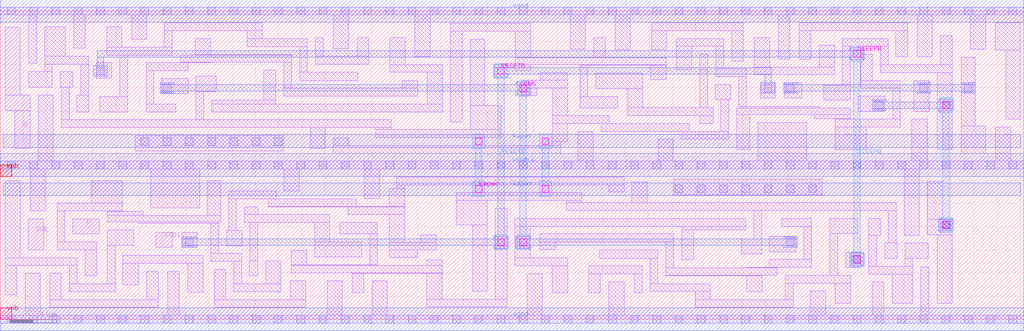
<source format=lef>
# 
# LEF OUT 
# User Name : apoe 
# Date : Thu Jun  4 08:34:55 2020
# 
VERSION 5.5 ;
NAMESCASESENSITIVE ON ;
BUSBITCHARS "[]" ;
DIVIDERCHAR "/" ;

MACRO scs8ls_macro_sync_posneg_nonret
  CLASS CORE ;
  SOURCE USER ;
  ORIGIN 0 0 ;
  SIZE 15.36 BY 6.66 ;
  SYMMETRY X Y ;
  SITE unit ;

  PIN SCD2
    DIRECTION INPUT ;
    USE SIGNAL ;
    PORT
      LAYER li1 ;
        RECT 11.645 4.51 12.08 5.135 ;
    END
    ANTENNAGATEAREA 0.159 LAYER li1 ;
    ANTENNAPARTIALMETALSIDEAREA 0.144 LAYER li1 ;
  END SCD2

  PIN SCD1
    DIRECTION INPUT ;
    USE SIGNAL ;
    PORT
      LAYER li1 ;
        RECT 2.945 1.44 3.275 2.15 ;
    END
    ANTENNAGATEAREA 0.159 LAYER li1 ;
    ANTENNAPARTIALMETALSIDEAREA 0.14 LAYER li1 ;
  END SCD1

  PIN D
    DIRECTION INPUT ;
    USE SIGNAL ;
    PORT
      LAYER li1 ;
        RECT 1.565 0.81 2.1 1.265 ;
    END
    ANTENNAGATEAREA 0.159 LAYER li1 ;
    ANTENNAPARTIALMETALSIDEAREA 0.13 LAYER li1 ;
  END D

  PIN Q
    DIRECTION OUTPUT ;
    USE SIGNAL ;
    PORT
      LAYER li1 ;
        RECT 1.075 3.68 1.405 6.31 ;
    END
    ANTENNADIFFAREA 0.5469 ;
    ANTENNAPARTIALMETALSIDEAREA 0.524 LAYER li1 ;
  END Q

  PIN SCO1
    DIRECTION OUTPUT ;
    USE SIGNAL ;
    PORT
      LAYER li1 ;
        RECT 14.91 1.82 15.27 2.98 ;
        RECT 15.1 1.13 15.27 1.82 ;
        RECT 14.915 0.35 15.27 1.13 ;
    END
    ANTENNADIFFAREA 0.5413 ;
    ANTENNAPARTIALMETALSIDEAREA 0.567 LAYER li1 ;
  END SCO1

  PIN vgnd
    DIRECTION INOUT ;
    USE GROUND ;
    PORT
      LAYER met1 ;
        RECT 0 -0.245 15.36 0.245 ;
    END
    PORT
      LAYER met1 ;
        RECT 0 6.415 15.36 6.905 ;
    END
  END vgnd

  PIN vpwr
    DIRECTION INOUT ;
    USE POWER ;
    PORT
      LAYER met1 ;
        RECT 0 3.085 15.36 3.575 ;
    END
  END vpwr

  PIN CLK
    DIRECTION INPUT ;
    USE CLOCK ;
    PORT
      LAYER met2 ;
        RECT 10.19 1.135 10.45 1.455 ;
        RECT 10.19 5.205 10.45 5.525 ;
        RECT 10.25 1.455 10.39 5.205 ;
    END
    PORT
      LAYER via ;
        RECT 10.245 1.22 10.395 1.37 ;
        RECT 10.245 5.29 10.395 5.44 ;
    END
    ANTENNAGATEAREA 0.558 LAYER met2 ;
    ANTENNAPARTIALMETALSIDEAREA 3.101 LAYER met2 ;
  END CLK

  PIN RESETB
    DIRECTION INPUT ;
    USE SIGNAL ;
    PORT
      LAYER met2 ;
        RECT 7.79 1.875 8.05 2.195 ;
        RECT 7.79 4.835 8.05 5.155 ;
        RECT 7.85 2.195 7.99 4.835 ;
    END
    PORT
      LAYER via ;
        RECT 7.845 1.96 7.995 2.11 ;
        RECT 7.845 4.92 7.995 5.07 ;
    END
    ANTENNAGATEAREA 0.822 LAYER met2 ;
    ANTENNAPARTIALMETALSIDEAREA 2.324 LAYER met2 ;
  END RESETB

  PIN SCE
    DIRECTION INPUT ;
    USE SIGNAL ;
    PORT
      LAYER met2 ;
        RECT 12.59 1.505 12.85 1.825 ;
        RECT 12.59 5.205 12.85 5.525 ;
        RECT 12.65 1.825 12.79 5.205 ;
    END
    PORT
      LAYER via ;
        RECT 12.645 5.29 12.795 5.44 ;
        RECT 12.645 1.59 12.795 1.74 ;
    END
    ANTENNAGATEAREA 0.636 LAYER met2 ;
    ANTENNAPARTIALMETALSIDEAREA 2.842 LAYER met2 ;
  END SCE

  PIN vpb
    DIRECTION INOUT ;
    USE POWER ;
    PORT
      LAYER nwell ;
        RECT 0 3.08 0.25 3.33 ;
    END
  END vpb

  PIN vnb
    DIRECTION INOUT ;
    USE GROUND ;
    PORT
      LAYER pwell ;
        RECT 0 0 0.25 0.25 ;
    END
  END vnb
  OBS
    LAYER mcon ;
      RECT 2.075 -0.085 2.245 0.085 ;
      RECT 1.595 -0.085 1.765 0.085 ;
      RECT 1.115 -0.085 1.285 0.085 ;
      RECT 0.635 -0.085 0.805 0.085 ;
      RECT 0.155 -0.085 0.325 0.085 ;
      RECT 3.995 1.95 4.165 2.12 ;
      RECT 7.835 1.95 8.005 2.12 ;
      RECT 10.715 1.95 10.885 2.12 ;
      RECT 13.115 3.245 13.285 3.415 ;
      RECT 12.635 3.245 12.805 3.415 ;
      RECT 12.155 3.245 12.325 3.415 ;
      RECT 11.675 3.245 11.845 3.415 ;
      RECT 11.195 3.245 11.365 3.415 ;
      RECT 3.995 1.21 4.165 1.38 ;
      RECT 13.115 1.58 13.285 1.75 ;
      RECT 13.475 1.58 13.645 1.75 ;
      RECT 13.835 1.58 14.005 1.75 ;
      RECT 0.635 1.58 0.805 1.75 ;
      RECT 13.115 4.54 13.285 4.71 ;
      RECT 12.635 5.28 12.805 5.45 ;
      RECT 10.235 5.28 10.405 5.45 ;
      RECT 1.595 3.245 1.765 3.415 ;
      RECT 2.075 6.575 2.245 6.745 ;
      RECT 2.075 3.245 2.245 3.415 ;
      RECT 2.555 6.575 2.725 6.745 ;
      RECT 2.555 3.245 2.725 3.415 ;
      RECT 3.035 6.575 3.205 6.745 ;
      RECT 3.035 3.245 3.205 3.415 ;
      RECT 3.515 6.575 3.685 6.745 ;
      RECT 3.515 4.91 3.685 5.08 ;
      RECT 3.515 3.245 3.685 3.415 ;
      RECT 3.995 6.575 4.165 6.745 ;
      RECT 3.995 3.245 4.165 3.415 ;
      RECT 4.475 6.575 4.645 6.745 ;
      RECT 4.475 3.245 4.645 3.415 ;
      RECT 4.955 6.575 5.125 6.745 ;
      RECT 4.955 3.245 5.125 3.415 ;
      RECT 5.435 6.575 5.605 6.745 ;
      RECT 5.435 3.245 5.605 3.415 ;
      RECT 5.915 6.575 6.085 6.745 ;
      RECT 5.915 3.245 6.085 3.415 ;
      RECT 6.395 6.575 6.565 6.745 ;
      RECT 6.395 3.245 6.565 3.415 ;
      RECT 6.875 6.575 7.045 6.745 ;
      RECT 6.875 4.91 7.045 5.08 ;
      RECT 6.875 3.245 7.045 3.415 ;
      RECT 7.355 6.575 7.525 6.745 ;
      RECT 7.355 3.245 7.525 3.415 ;
      RECT 7.835 6.575 8.005 6.745 ;
      RECT 1.115 6.575 1.285 6.745 ;
      RECT 1.115 3.245 1.285 3.415 ;
      RECT 1.595 6.575 1.765 6.745 ;
      RECT 7.835 3.245 8.005 3.415 ;
      RECT 8.315 6.575 8.485 6.745 ;
      RECT 8.315 3.245 8.485 3.415 ;
      RECT 8.795 6.575 8.965 6.745 ;
      RECT 8.795 3.245 8.965 3.415 ;
      RECT 9.275 6.575 9.445 6.745 ;
      RECT 9.275 3.245 9.445 3.415 ;
      RECT 9.755 6.575 9.925 6.745 ;
      RECT 9.755 3.245 9.925 3.415 ;
      RECT 10.235 6.575 10.405 6.745 ;
      RECT 10.235 3.245 10.405 3.415 ;
      RECT 10.715 6.575 10.885 6.745 ;
      RECT 10.715 3.245 10.885 3.415 ;
      RECT 11.195 6.575 11.365 6.745 ;
      RECT 11.195 4.91 11.365 5.08 ;
      RECT 11.195 3.245 11.365 3.415 ;
      RECT 11.675 6.575 11.845 6.745 ;
      RECT 11.675 3.245 11.845 3.415 ;
      RECT 12.155 6.575 12.325 6.745 ;
      RECT 12.155 3.245 12.325 3.415 ;
      RECT 12.635 6.575 12.805 6.745 ;
      RECT 12.635 3.245 12.805 3.415 ;
      RECT 13.115 6.575 13.285 6.745 ;
      RECT 13.115 3.245 13.285 3.415 ;
      RECT 13.595 6.575 13.765 6.745 ;
      RECT 13.595 3.245 13.765 3.415 ;
      RECT 14.075 6.575 14.245 6.745 ;
      RECT 14.075 3.245 14.245 3.415 ;
      RECT 14.555 6.575 14.725 6.745 ;
      RECT 14.555 3.245 14.725 3.415 ;
      RECT 14.075 -0.085 14.245 0.085 ;
      RECT 13.595 -0.085 13.765 0.085 ;
      RECT 15.035 3.245 15.205 3.415 ;
      RECT 14.555 3.245 14.725 3.415 ;
      RECT 14.075 3.245 14.245 3.415 ;
      RECT 13.595 3.245 13.765 3.415 ;
      RECT 15.035 6.575 15.205 6.745 ;
      RECT 15.035 3.245 15.205 3.415 ;
      RECT 0.635 3.245 0.805 3.415 ;
      RECT 0.635 6.575 0.805 6.745 ;
      RECT 0.155 6.575 0.325 6.745 ;
      RECT 0.155 3.245 0.325 3.415 ;
      RECT 15.035 -0.085 15.205 0.085 ;
      RECT 14.555 -0.085 14.725 0.085 ;
      RECT 10.715 3.245 10.885 3.415 ;
      RECT 10.235 3.245 10.405 3.415 ;
      RECT 9.755 3.245 9.925 3.415 ;
      RECT 9.275 3.245 9.445 3.415 ;
      RECT 8.795 3.245 8.965 3.415 ;
      RECT 8.315 3.245 8.485 3.415 ;
      RECT 7.835 3.245 8.005 3.415 ;
      RECT 7.355 3.245 7.525 3.415 ;
      RECT 6.875 3.245 7.045 3.415 ;
      RECT 6.395 3.245 6.565 3.415 ;
      RECT 5.915 3.245 6.085 3.415 ;
      RECT 5.435 3.245 5.605 3.415 ;
      RECT 4.955 3.245 5.125 3.415 ;
      RECT 4.475 3.245 4.645 3.415 ;
      RECT 3.995 3.245 4.165 3.415 ;
      RECT 3.515 3.245 3.685 3.415 ;
      RECT 3.035 3.245 3.205 3.415 ;
      RECT 2.555 3.245 2.725 3.415 ;
      RECT 2.075 3.245 2.245 3.415 ;
      RECT 1.595 3.245 1.765 3.415 ;
      RECT 1.115 3.245 1.285 3.415 ;
      RECT 0.635 3.245 0.805 3.415 ;
      RECT 0.155 3.245 0.325 3.415 ;
      RECT 13.115 -0.085 13.285 0.085 ;
      RECT 12.635 -0.085 12.805 0.085 ;
      RECT 12.155 -0.085 12.325 0.085 ;
      RECT 11.675 -0.085 11.845 0.085 ;
      RECT 11.195 -0.085 11.365 0.085 ;
      RECT 10.715 -0.085 10.885 0.085 ;
      RECT 10.235 -0.085 10.405 0.085 ;
      RECT 9.755 -0.085 9.925 0.085 ;
      RECT 9.275 -0.085 9.445 0.085 ;
      RECT 8.795 -0.085 8.965 0.085 ;
      RECT 8.315 -0.085 8.485 0.085 ;
      RECT 7.835 -0.085 8.005 0.085 ;
      RECT 7.355 -0.085 7.525 0.085 ;
      RECT 6.875 -0.085 7.045 0.085 ;
      RECT 6.395 -0.085 6.565 0.085 ;
      RECT 5.915 -0.085 6.085 0.085 ;
      RECT 5.435 -0.085 5.605 0.085 ;
      RECT 4.955 -0.085 5.125 0.085 ;
      RECT 4.475 -0.085 4.645 0.085 ;
      RECT 3.995 -0.085 4.165 0.085 ;
      RECT 3.515 -0.085 3.685 0.085 ;
      RECT 3.035 -0.085 3.205 0.085 ;
      RECT 2.555 -0.085 2.725 0.085 ;
    LAYER via ;
      RECT 13.125 4.55 13.275 4.7 ;
      RECT 13.125 1.59 13.275 1.74 ;
    LAYER li1 ;
      RECT 6.71 1.03 6.88 2.32 ;
      RECT 7.495 1.26 8.315 1.575 ;
      RECT 6.14 0.86 6.88 1.03 ;
      RECT 6.14 0.595 6.47 0.86 ;
      RECT 8.725 1.715 9.005 2.755 ;
      RECT 8.725 1.09 8.895 1.715 ;
      RECT 7.05 0.92 8.895 1.09 ;
      RECT 7.05 1.09 7.325 1.805 ;
      RECT 8.27 0.595 8.655 0.92 ;
      RECT 10.145 1.955 10.315 2.55 ;
      RECT 9.585 1.785 10.315 1.955 ;
      RECT 9.29 2.55 10.315 2.88 ;
      RECT 9.585 1.265 9.755 1.785 ;
      RECT 9.585 1.095 11.395 1.265 ;
      RECT 9.585 0.77 9.755 1.095 ;
      RECT 11.065 1.265 11.395 1.275 ;
      RECT 9.405 0.35 9.755 0.77 ;
      RECT 9.985 1.445 11.735 1.615 ;
      RECT 9.985 1.435 10.315 1.445 ;
      RECT 11.14 1.615 11.31 2.52 ;
      RECT 11.565 0.925 11.735 1.445 ;
      RECT 10.945 2.52 11.31 2.98 ;
      RECT 11.01 0.755 11.735 0.925 ;
      RECT 11.01 0.35 11.34 0.755 ;
      RECT 7.835 1.815 8.165 2.15 ;
      RECT 10.64 1.82 10.97 2.15 ;
      RECT 14.57 1.3 14.93 1.63 ;
      RECT 13.91 2.12 14.24 2.98 ;
      RECT 13.91 1.95 14.74 2.12 ;
      RECT 14.57 1.63 14.74 1.95 ;
      RECT 14.57 1.28 14.74 1.3 ;
      RECT 13.555 1.11 14.74 1.28 ;
      RECT 13.555 0.8 14.235 1.11 ;
      RECT 12.995 0.35 13.325 1.13 ;
      RECT 13.565 1.75 14.35 1.78 ;
      RECT 13.565 1.45 14.35 1.58 ;
      RECT 13.07 1.58 14.35 1.75 ;
      RECT 13.07 1.75 13.325 2.98 ;
      RECT 13.07 1.13 13.325 1.58 ;
      RECT 11.98 2.1 12.31 2.98 ;
      RECT 12.085 1.63 12.31 2.1 ;
      RECT 12.085 1.3 12.87 1.63 ;
      RECT 12.085 0.35 12.335 1.3 ;
      RECT 2.085 3.68 2.44 4.975 ;
      RECT 2.07 4.975 2.44 5.305 ;
      RECT 2.085 5.305 2.44 6.31 ;
      RECT 5.315 4.52 6.19 4.69 ;
      RECT 5.315 3.68 6.085 4.52 ;
      RECT 6.02 4.69 6.19 5.36 ;
      RECT 5.87 5.36 7.735 5.53 ;
      RECT 7.405 4.79 7.735 5.36 ;
      RECT 2.985 4.54 4.025 4.71 ;
      RECT 2.985 4.71 3.315 5.62 ;
      RECT 3.855 4.71 4.025 4.78 ;
      RECT 2.985 5.62 4.885 5.79 ;
      RECT 3.855 4.78 5.145 4.95 ;
      RECT 4.715 5.79 4.885 6.04 ;
      RECT 4.815 3.68 5.145 4.78 ;
      RECT 4.715 6.04 5.69 6.37 ;
      RECT 2.645 4.37 2.815 5.96 ;
      RECT 2.645 4.2 4.445 4.37 ;
      RECT 2.645 5.96 3.19 6.21 ;
      RECT 4.195 4.37 4.445 4.61 ;
      RECT 3.17 3.68 3.5 4.2 ;
      RECT 6.36 4.52 6.975 4.69 ;
      RECT 6.805 4.385 6.975 4.52 ;
      RECT 6.36 4.69 6.655 5.19 ;
      RECT 6.805 4.215 8.425 4.385 ;
      RECT 7.95 4.385 8.12 5.565 ;
      RECT 6.805 3.68 7.135 4.215 ;
      RECT 8.095 3.68 8.425 4.215 ;
      RECT 7.95 5.565 8.215 5.895 ;
      RECT 9.865 4.525 10.445 4.84 ;
      RECT 9.865 4.84 10.035 5.04 ;
      RECT 9.705 5.04 10.035 5.37 ;
      RECT 9.865 5.37 10.035 5.62 ;
      RECT 9.865 5.62 10.635 5.79 ;
      RECT 11.2 3.86 13.475 4.03 ;
      RECT 10.805 5.475 12.16 5.645 ;
      RECT 12.66 3.7 13.475 3.86 ;
      RECT 11.99 5.645 12.16 5.895 ;
      RECT 11.99 5.895 12.925 6.065 ;
      RECT 8.625 4.185 11.45 4.355 ;
      RECT 8.625 3.68 8.875 4.185 ;
      RECT 10.805 4.355 11.45 4.36 ;
      RECT 11.2 4.03 11.45 4.185 ;
      RECT 10.805 4.36 10.975 5.475 ;
      RECT 11.2 3.68 11.45 3.86 ;
      RECT 10.805 5.645 10.975 5.96 ;
      RECT 8.725 5.96 10.975 6.13 ;
      RECT 8.725 5.565 8.975 5.96 ;
      RECT 8.29 4.555 9.535 4.84 ;
      RECT 9.105 4.525 9.535 4.555 ;
      RECT 8.29 4.84 8.62 4.885 ;
      RECT 9.205 4.84 9.535 5.225 ;
      RECT 8.385 5.225 9.535 5.395 ;
      RECT 8.385 5.395 8.555 6.115 ;
      RECT 9.205 5.395 9.535 5.79 ;
      RECT 7.61 6.115 8.555 6.405 ;
      RECT 7.61 5.87 7.78 6.115 ;
      RECT 5.055 5.7 7.78 5.87 ;
      RECT 5.055 5.46 5.385 5.7 ;
      RECT 12.335 4.37 12.665 5.08 ;
      RECT 12.335 4.2 14.765 4.37 ;
      RECT 14.515 4.37 14.765 5.42 ;
      RECT 14.515 3.68 14.765 4.2 ;
      RECT 13.26 5.42 14.765 5.61 ;
      RECT 13.26 5.61 13.59 5.725 ;
      RECT 14.435 5.61 14.765 6.24 ;
      RECT 12.9 4.54 13.795 4.88 ;
      RECT 14.015 4.58 14.345 5.08 ;
      RECT 12.835 5.08 14.345 5.25 ;
      RECT 12.33 5.25 13.005 5.705 ;
      RECT 4.485 5.29 4.815 5.435 ;
      RECT 4.485 5.19 5.7 5.29 ;
      RECT 4.485 5.12 5.85 5.19 ;
      RECT 5.53 4.86 5.85 5.12 ;
      RECT 3.485 5.12 3.885 5.45 ;
      RECT 3.485 4.88 3.685 5.12 ;
      RECT 10.205 5.11 10.605 5.45 ;
      RECT 6.845 4.86 7.195 5.19 ;
      RECT 11.145 4.635 11.475 5.305 ;
      RECT 11.49 6.235 13.715 6.405 ;
      RECT 13.385 5.895 13.715 6.235 ;
      RECT 11.49 5.815 11.82 6.235 ;
      RECT 0 3.245 15.36 3.415 ;
      RECT 14.41 2.29 14.74 3.245 ;
      RECT 11.48 2.1 11.81 3.245 ;
      RECT 12.54 1.82 12.87 3.245 ;
      RECT 11.735 3.415 12.065 3.69 ;
      RECT 13.985 3.415 14.315 4.03 ;
      RECT 8.385 1.745 8.555 3.245 ;
      RECT 2.67 3.415 3 4.03 ;
      RECT 3.67 3.415 4.275 4.01 ;
      RECT 4.705 2.73 5.035 3.245 ;
      RECT 3.095 2.685 3.425 3.245 ;
      RECT 6.255 3.415 6.585 4.35 ;
      RECT 7.335 3.415 7.585 4.045 ;
      RECT 9.555 3.415 9.885 4.015 ;
      RECT 7.205 2.66 7.54 3.245 ;
      RECT 10.485 2.52 10.735 3.245 ;
      RECT 10.64 3.415 10.97 4.015 ;
      RECT 1.575 3.415 1.905 4.84 ;
      RECT 0.615 2.345 0.945 3.245 ;
      RECT 1.575 5.53 1.905 6.575 ;
      RECT 3.68 5.98 4.15 6.575 ;
      RECT 9.715 6.3 10.075 6.575 ;
      RECT 6.66 6.04 6.99 6.575 ;
      RECT 10.815 6.3 11.305 6.575 ;
      RECT 13.935 5.78 14.265 6.575 ;
      RECT 0 6.575 15.36 6.745 ;
      RECT 0 -0.085 15.36 0.085 ;
      RECT 3.785 0.085 3.955 0.75 ;
      RECT 4.715 0.085 4.965 0.75 ;
      RECT 7.43 0.085 7.76 0.41 ;
      RECT 10.195 0.085 10.525 0.81 ;
      RECT 11.57 0.085 11.905 0.585 ;
      RECT 12.565 0.085 12.815 1.13 ;
      RECT 14.415 0.085 14.745 0.94 ;
      RECT 0.545 0.085 0.875 0.88 ;
      RECT 1.105 0.255 3.605 0.425 ;
      RECT 1.105 0.425 1.435 0.64 ;
      RECT 3.09 0.425 3.605 0.715 ;
      RECT 5.15 0.255 7.22 0.425 ;
      RECT 5.15 0.425 5.62 1.13 ;
      RECT 7.05 0.425 7.22 0.58 ;
      RECT 5.45 1.13 5.62 1.545 ;
      RECT 7.05 0.58 8.1 0.75 ;
      RECT 5.45 1.545 6.2 1.82 ;
      RECT 7.93 0.425 8.1 0.58 ;
      RECT 5.155 1.82 6.2 1.875 ;
      RECT 7.93 0.255 9.235 0.425 ;
      RECT 5.155 1.875 5.62 2.22 ;
      RECT 9.065 0.425 9.235 0.94 ;
      RECT 9.065 0.94 9.415 1.27 ;
      RECT 9.245 1.27 9.415 2.125 ;
      RECT 9.245 2.125 9.975 2.38 ;
      RECT 0.455 1.66 1.795 1.835 ;
      RECT 0.455 1.49 2.725 1.66 ;
      RECT 2.395 1.26 2.725 1.49 ;
      RECT 0.115 2.005 2.705 2.175 ;
      RECT 2.035 1.83 2.705 2.005 ;
      RECT 0.115 2.175 0.445 2.98 ;
      RECT 0.115 1.265 0.285 2.005 ;
      RECT 0.115 1.05 1.375 1.265 ;
      RECT 1.045 0.935 1.375 1.05 ;
      RECT 0.115 0.42 0.365 1.05 ;
      RECT 1.485 2.39 6.075 2.515 ;
      RECT 1.485 2.345 3.995 2.39 ;
      RECT 5.825 2.215 6.075 2.39 ;
      RECT 3.665 2.515 6.075 2.56 ;
      RECT 3.445 2.33 3.995 2.345 ;
      RECT 5.825 2.045 6.54 2.215 ;
      RECT 3.665 2.56 3.995 2.98 ;
      RECT 5.825 2.56 6.075 2.725 ;
      RECT 3.445 1.09 3.615 2.33 ;
      RECT 6.37 1.37 6.54 2.045 ;
      RECT 2.27 0.92 3.615 1.09 ;
      RECT 5.79 1.2 6.54 1.37 ;
      RECT 5.79 0.595 5.96 1.2 ;
      RECT 1.485 2.515 2.555 2.98 ;
      RECT 2.27 0.595 2.6 0.92 ;
      RECT 3.965 1.26 4.64 1.59 ;
      RECT 3.965 1.18 4.195 1.26 ;
      RECT 4.335 1.99 4.585 2.22 ;
      RECT 4.335 1.82 4.98 1.99 ;
      RECT 4.81 1.63 4.98 1.82 ;
      RECT 4.81 1.3 5.28 1.63 ;
      RECT 4.81 1.09 4.98 1.3 ;
      RECT 4.365 0.92 4.98 1.09 ;
      RECT 4.365 0.35 4.535 0.92 ;
      RECT 3.785 1.83 4.165 2.16 ;
      RECT 6.25 2.385 8.075 2.49 ;
      RECT 6.71 2.32 8.075 2.385 ;
      RECT 6.25 2.49 6.88 2.725 ;
      RECT 7.745 2.49 8.075 2.745 ;
      RECT 7.495 1.575 7.665 2.32 ;
    LAYER met2 ;
      RECT 13.07 1.505 13.33 1.825 ;
      RECT 13.13 1.665 13.27 4.625 ;
      RECT 13.07 4.465 13.33 4.785 ;
    LAYER met1 ;
      RECT 3.455 5.065 3.745 5.11 ;
      RECT 3.455 4.925 11.425 5.065 ;
      RECT 6.815 5.065 7.105 5.11 ;
      RECT 11.135 5.065 11.425 5.11 ;
      RECT 3.455 4.88 3.745 4.925 ;
      RECT 6.815 4.88 7.105 4.925 ;
      RECT 11.135 4.88 11.425 4.925 ;
      RECT 7.76 5.065 8.08 5.125 ;
      RECT 7.76 4.865 8.08 4.925 ;
      RECT 10.655 2.105 10.945 2.15 ;
      RECT 3.935 1.965 10.945 2.105 ;
      RECT 10.655 1.92 10.945 1.965 ;
      RECT 3.935 2.105 4.225 2.15 ;
      RECT 3.935 1.92 4.225 1.965 ;
      RECT 7.76 2.105 8.08 2.165 ;
      RECT 7.76 1.905 8.08 1.965 ;
      RECT 13.04 1.55 14.065 1.78 ;
      RECT 13.04 1.78 13.36 1.795 ;
      RECT 13.04 1.535 13.36 1.55 ;
      RECT 12.56 1.735 12.88 1.795 ;
      RECT 12.56 1.535 12.88 1.595 ;
      RECT 0.575 1.595 12.88 1.735 ;
      RECT 0.575 1.735 0.865 1.78 ;
      RECT 0.575 1.55 0.865 1.595 ;
      RECT 10.16 1.365 10.48 1.425 ;
      RECT 10.16 1.165 10.48 1.225 ;
      RECT 3.935 1.225 10.48 1.365 ;
      RECT 3.935 1.365 4.225 1.41 ;
      RECT 3.935 1.18 4.225 1.225 ;
      RECT 13.04 4.495 13.36 4.755 ;
      RECT 12.56 5.235 12.88 5.495 ;
      RECT 10.16 5.235 10.48 5.495 ;
  END
END scs8ls_macro_sync_posneg_nonret

MACRO scs8ls_macro_sync_posneg_ret
  CLASS CORE ;
  SOURCE USER ;
  ORIGIN 0 0 ;
  SIZE 20.64 BY 6.66 ;
  SYMMETRY X Y ;
  SITE unit ;

  PIN SCD2
    DIRECTION INPUT ;
    USE SIGNAL ;
    PORT
      LAYER li1 ;
        RECT 15.85 4.54 16.195 5.055 ;
    END
    ANTENNAGATEAREA 0.159 LAYER li1 ;
    ANTENNAPARTIALMETALSIDEAREA 0.104 LAYER li1 ;
  END SCD2

  PIN SCD1
    DIRECTION INPUT ;
    USE SIGNAL ;
    PORT
      LAYER li1 ;
        RECT 3.35 1.55 3.715 1.88 ;
    END
    ANTENNAGATEAREA 0.159 LAYER li1 ;
    ANTENNAPARTIALMETALSIDEAREA 0.071 LAYER li1 ;
  END SCD1

  PIN D
    DIRECTION INPUT ;
    USE SIGNAL ;
    PORT
      LAYER li1 ;
        RECT 1.565 1.84 2.135 2.17 ;
    END
    ANTENNAGATEAREA 0.159 LAYER li1 ;
    ANTENNAPARTIALMETALSIDEAREA 0.112 LAYER li1 ;
  END D

  PIN Q
    DIRECTION OUTPUT ;
    USE SIGNAL ;
    PORT
      LAYER li1 ;
        RECT 0.585 3.585 0.925 6.395 ;
    END
    ANTENNADIFFAREA 0.5301 ;
    ANTENNAPARTIALMETALSIDEAREA 0.562 LAYER li1 ;
  END Q

  PIN SCO1
    DIRECTION OUTPUT ;
    USE SIGNAL ;
    PORT
      LAYER li1 ;
        RECT 18.81 5.53 19.165 6.31 ;
        RECT 18.81 4.84 18.98 5.53 ;
        RECT 18.81 3.68 19.17 4.84 ;
    END
    ANTENNADIFFAREA 0.5413 ;
    ANTENNAPARTIALMETALSIDEAREA 0.567 LAYER li1 ;
  END SCO1

  PIN kapwr
    DIRECTION INOUT ;
    USE POWER ;
    PORT
      LAYER met1 ;
        RECT 0.07 2.675 20.57 2.945 ;
    END
    PORT
      LAYER met1 ;
        RECT 0.07 3.715 20.57 3.985 ;
        RECT 10.175 3.985 10.465 4 ;
        RECT 10.655 3.985 10.945 4 ;
    END
    PORT
      LAYER via ;
        RECT 10.245 2.74 10.395 2.89 ;
        RECT 11.685 2.74 11.835 2.89 ;
        RECT 11.685 3.77 11.835 3.92 ;
        RECT 10.245 3.77 10.395 3.92 ;
    END
  END kapwr

  PIN vgnd
    DIRECTION INOUT ;
    USE GROUND ;
    PORT
      LAYER met1 ;
        RECT 0 -0.245 20.64 0.245 ;
    END
    PORT
      LAYER met1 ;
        RECT 0 6.415 20.64 6.905 ;
    END
  END vgnd

  PIN vpwr
    DIRECTION INOUT ;
    USE POWER ;
    PORT
      LAYER met1 ;
        RECT 0 3.085 20.64 3.575 ;
    END
  END vpwr

  PIN RESETB
    DIRECTION INPUT ;
    USE SIGNAL ;
    PORT
      LAYER met2 ;
        RECT 10.67 1.505 10.93 1.825 ;
        RECT 10.67 5.205 10.93 5.525 ;
        RECT 10.73 1.825 10.87 5.205 ;
    END
    PORT
      LAYER via ;
        RECT 10.725 5.29 10.875 5.44 ;
        RECT 10.725 1.59 10.875 1.74 ;
    END
    ANTENNAGATEAREA 1.196 LAYER met2 ;
    ANTENNAPARTIALMETALSIDEAREA 2.842 LAYER met2 ;
  END RESETB

  PIN SLEEPB
    DIRECTION INPUT ;
    USE SIGNAL ;
    PORT
      LAYER met2 ;
        RECT 18.35 1.135 18.61 1.455 ;
        RECT 18.35 5.575 18.61 5.895 ;
        RECT 18.41 1.455 18.55 5.575 ;
    END
    PORT
      LAYER via ;
        RECT 18.405 5.66 18.555 5.81 ;
        RECT 18.405 1.22 18.555 1.37 ;
    END
    ANTENNAGATEAREA 1.196 LAYER met2 ;
    ANTENNAPARTIALMETALSIDEAREA 3.36 LAYER met2 ;
  END SLEEPB

  PIN CLK
    DIRECTION INPUT ;
    USE CLOCK ;
    PORT
      LAYER met2 ;
        RECT 11.15 4.82 11.41 5.14 ;
        RECT 11.15 1.505 11.41 1.825 ;
        RECT 11.21 1.825 11.35 4.82 ;
    END
    PORT
      LAYER via ;
        RECT 11.205 4.905 11.355 5.055 ;
        RECT 11.205 1.59 11.355 1.74 ;
    END
    ANTENNAGATEAREA 0.318 LAYER met2 ;
    ANTENNAPARTIALMETALSIDEAREA 2.5725 LAYER met2 ;
  END CLK

  PIN SCE
    DIRECTION INPUT ;
    USE SIGNAL ;
    PORT
      LAYER met2 ;
        RECT 14.99 1.135 15.25 1.455 ;
        RECT 14.99 5.205 15.25 5.525 ;
        RECT 15.05 1.455 15.19 5.205 ;
    END
    PORT
      LAYER via ;
        RECT 15.045 5.29 15.195 5.44 ;
        RECT 15.045 1.22 15.195 1.37 ;
    END
    ANTENNAGATEAREA 0.636 LAYER met2 ;
    ANTENNAPARTIALMETALSIDEAREA 3.101 LAYER met2 ;
  END SCE

  PIN vpb
    DIRECTION INOUT ;
    USE POWER ;
    PORT
      LAYER nwell ;
        RECT 0 3.08 0.25 3.33 ;
    END
  END vpb

  PIN vnb
    DIRECTION INOUT ;
    USE GROUND ;
    PORT
      LAYER pwell ;
        RECT 0 0 0.25 0.25 ;
    END
  END vnb
  OBS
    LAYER mcon ;
      RECT 15.035 3.245 15.205 3.415 ;
      RECT 15.515 6.575 15.685 6.745 ;
      RECT 15.515 3.245 15.685 3.415 ;
      RECT 15.995 6.575 16.165 6.745 ;
      RECT 15.995 3.245 16.165 3.415 ;
      RECT 16.475 6.575 16.645 6.745 ;
      RECT 16.475 3.245 16.645 3.415 ;
      RECT 16.955 6.575 17.125 6.745 ;
      RECT 16.955 3.245 17.125 3.415 ;
      RECT 17.435 6.575 17.605 6.745 ;
      RECT 17.435 3.245 17.605 3.415 ;
      RECT 17.915 6.575 18.085 6.745 ;
      RECT 17.915 3.245 18.085 3.415 ;
      RECT 18.395 6.575 18.565 6.745 ;
      RECT 18.395 3.245 18.565 3.415 ;
      RECT 6.875 3.775 7.045 3.945 ;
      RECT 18.875 6.575 19.045 6.745 ;
      RECT 19.355 6.575 19.525 6.745 ;
      RECT 19.835 6.575 20.005 6.745 ;
      RECT 20.315 6.575 20.485 6.745 ;
      RECT 18.875 3.245 19.045 3.415 ;
      RECT 19.355 3.245 19.525 3.415 ;
      RECT 19.835 3.245 20.005 3.415 ;
      RECT 20.315 3.245 20.485 3.415 ;
      RECT 0.155 6.575 0.325 6.745 ;
      RECT 0.155 3.245 0.325 3.415 ;
      RECT 7.355 4.91 7.525 5.08 ;
      RECT 8.315 4.91 8.485 5.08 ;
      RECT 11.54 5.28 11.71 5.45 ;
      RECT 16.955 4.91 17.125 5.08 ;
      RECT 17.915 5.28 18.085 5.45 ;
      RECT 20.315 4.91 20.485 5.08 ;
      RECT 20.315 1.95 20.485 2.12 ;
      RECT 18.38 1.21 18.55 1.38 ;
      RECT 16.955 1.58 17.125 1.75 ;
      RECT 0.635 1.58 0.805 1.75 ;
      RECT 3.995 1.58 4.165 1.75 ;
      RECT 13.595 -0.085 13.765 0.085 ;
      RECT 13.595 3.245 13.765 3.415 ;
      RECT 13.115 -0.085 13.285 0.085 ;
      RECT 13.115 3.245 13.285 3.415 ;
      RECT 12.635 -0.085 12.805 0.085 ;
      RECT 12.635 3.245 12.805 3.415 ;
      RECT 12.155 -0.085 12.325 0.085 ;
      RECT 6.395 -0.085 6.565 0.085 ;
      RECT 6.395 3.245 6.565 3.415 ;
      RECT 5.915 -0.085 6.085 0.085 ;
      RECT 5.915 3.245 6.085 3.415 ;
      RECT 5.435 -0.085 5.605 0.085 ;
      RECT 5.435 3.245 5.605 3.415 ;
      RECT 4.955 -0.085 5.125 0.085 ;
      RECT 4.955 3.245 5.125 3.415 ;
      RECT 4.475 -0.085 4.645 0.085 ;
      RECT 4.475 3.245 4.645 3.415 ;
      RECT 3.995 -0.085 4.165 0.085 ;
      RECT 3.995 3.245 4.165 3.415 ;
      RECT 3.515 -0.085 3.685 0.085 ;
      RECT 3.515 3.245 3.685 3.415 ;
      RECT 3.035 -0.085 3.205 0.085 ;
      RECT 3.035 3.245 3.205 3.415 ;
      RECT 2.555 -0.085 2.725 0.085 ;
      RECT 2.555 3.245 2.725 3.415 ;
      RECT 2.075 -0.085 2.245 0.085 ;
      RECT 2.075 3.245 2.245 3.415 ;
      RECT 1.595 -0.085 1.765 0.085 ;
      RECT 1.595 3.245 1.765 3.415 ;
      RECT 1.115 -0.085 1.285 0.085 ;
      RECT 1.115 3.245 1.285 3.415 ;
      RECT 0.635 -0.085 0.805 0.085 ;
      RECT 0.635 3.245 0.805 3.415 ;
      RECT 0.155 -0.085 0.325 0.085 ;
      RECT 0.155 3.245 0.325 3.415 ;
      RECT 15.035 2.735 15.205 2.905 ;
      RECT 15.515 2.735 15.685 2.905 ;
      RECT 17.435 2.735 17.605 2.905 ;
      RECT 12.155 3.245 12.325 3.415 ;
      RECT 11.675 -0.085 11.845 0.085 ;
      RECT 11.675 3.245 11.845 3.415 ;
      RECT 11.195 -0.085 11.365 0.085 ;
      RECT 11.195 3.245 11.365 3.415 ;
      RECT 10.715 -0.085 10.885 0.085 ;
      RECT 10.715 3.245 10.885 3.415 ;
      RECT 10.235 -0.085 10.405 0.085 ;
      RECT 10.235 3.245 10.405 3.415 ;
      RECT 9.755 -0.085 9.925 0.085 ;
      RECT 9.755 3.245 9.925 3.415 ;
      RECT 9.275 -0.085 9.445 0.085 ;
      RECT 9.275 3.245 9.445 3.415 ;
      RECT 8.795 -0.085 8.965 0.085 ;
      RECT 8.795 3.245 8.965 3.415 ;
      RECT 8.315 -0.085 8.485 0.085 ;
      RECT 8.315 3.245 8.485 3.415 ;
      RECT 7.835 -0.085 8.005 0.085 ;
      RECT 7.835 3.245 8.005 3.415 ;
      RECT 7.355 -0.085 7.525 0.085 ;
      RECT 7.355 3.245 7.525 3.415 ;
      RECT 6.875 -0.085 7.045 0.085 ;
      RECT 6.875 3.245 7.045 3.415 ;
      RECT 7.355 3.245 7.525 3.415 ;
      RECT 7.835 6.575 8.005 6.745 ;
      RECT 7.835 3.245 8.005 3.415 ;
      RECT 8.315 6.575 8.485 6.745 ;
      RECT 8.315 3.245 8.485 3.415 ;
      RECT 8.795 6.575 8.965 6.745 ;
      RECT 8.795 3.245 8.965 3.415 ;
      RECT 9.275 6.575 9.445 6.745 ;
      RECT 9.275 3.245 9.445 3.415 ;
      RECT 9.755 6.575 9.925 6.745 ;
      RECT 9.755 3.245 9.925 3.415 ;
      RECT 10.235 6.575 10.405 6.745 ;
      RECT 10.235 3.8 10.405 3.97 ;
      RECT 0.635 6.575 0.805 6.745 ;
      RECT 0.635 3.245 0.805 3.415 ;
      RECT 1.115 6.575 1.285 6.745 ;
      RECT 1.115 3.245 1.285 3.415 ;
      RECT 1.595 6.575 1.765 6.745 ;
      RECT 6.875 6.575 7.045 6.745 ;
      RECT 1.595 3.245 1.765 3.415 ;
      RECT 2.075 6.575 2.245 6.745 ;
      RECT 2.075 3.245 2.245 3.415 ;
      RECT 2.555 6.575 2.725 6.745 ;
      RECT 2.555 3.245 2.725 3.415 ;
      RECT 3.035 6.575 3.205 6.745 ;
      RECT 3.035 3.245 3.205 3.415 ;
      RECT 3.515 6.575 3.685 6.745 ;
      RECT 3.515 3.245 3.685 3.415 ;
      RECT 4.955 3.245 5.125 3.415 ;
      RECT 5.435 6.575 5.605 6.745 ;
      RECT 5.435 3.245 5.605 3.415 ;
      RECT 5.915 6.575 6.085 6.745 ;
      RECT 5.915 3.245 6.085 3.415 ;
      RECT 6.395 6.575 6.565 6.745 ;
      RECT 6.395 3.245 6.565 3.415 ;
      RECT 3.995 6.575 4.165 6.745 ;
      RECT 3.995 3.245 4.165 3.415 ;
      RECT 4.475 6.575 4.645 6.745 ;
      RECT 6.875 3.245 7.045 3.415 ;
      RECT 4.475 4.54 4.645 4.71 ;
      RECT 4.475 3.245 4.645 3.415 ;
      RECT 4.955 6.575 5.125 6.745 ;
      RECT 7.355 6.575 7.525 6.745 ;
      RECT 10.235 3.245 10.405 3.415 ;
      RECT 10.715 6.575 10.885 6.745 ;
      RECT 10.715 3.8 10.885 3.97 ;
      RECT 10.715 3.245 10.885 3.415 ;
      RECT 11.195 6.575 11.365 6.745 ;
      RECT 11.195 3.245 11.365 3.415 ;
      RECT 11.675 6.575 11.845 6.745 ;
      RECT 11.675 3.245 11.845 3.415 ;
      RECT 12.155 6.575 12.325 6.745 ;
      RECT 12.155 4.54 12.325 4.71 ;
      RECT 12.155 3.245 12.325 3.415 ;
      RECT 12.635 6.575 12.805 6.745 ;
      RECT 12.635 3.245 12.805 3.415 ;
      RECT 13.115 6.575 13.285 6.745 ;
      RECT 13.115 3.245 13.285 3.415 ;
      RECT 13.595 6.575 13.765 6.745 ;
      RECT 13.595 3.245 13.765 3.415 ;
      RECT 14.075 6.575 14.245 6.745 ;
      RECT 14.075 3.245 14.245 3.415 ;
      RECT 14.555 6.575 14.725 6.745 ;
      RECT 14.555 3.245 14.725 3.415 ;
      RECT 15.035 6.575 15.205 6.745 ;
      RECT 15.035 4.54 15.205 4.71 ;
      RECT 15.995 2.735 16.165 2.905 ;
      RECT 20.315 -0.085 20.485 0.085 ;
      RECT 20.315 3.245 20.485 3.415 ;
      RECT 19.835 -0.085 20.005 0.085 ;
      RECT 19.835 3.245 20.005 3.415 ;
      RECT 19.355 -0.085 19.525 0.085 ;
      RECT 19.355 3.245 19.525 3.415 ;
      RECT 18.875 -0.085 19.045 0.085 ;
      RECT 18.875 3.245 19.045 3.415 ;
      RECT 18.395 -0.085 18.565 0.085 ;
      RECT 18.395 3.245 18.565 3.415 ;
      RECT 17.915 -0.085 18.085 0.085 ;
      RECT 17.915 3.245 18.085 3.415 ;
      RECT 17.435 -0.085 17.605 0.085 ;
      RECT 17.435 3.245 17.605 3.415 ;
      RECT 16.955 -0.085 17.125 0.085 ;
      RECT 16.955 2.735 17.125 2.905 ;
      RECT 16.955 3.245 17.125 3.415 ;
      RECT 16.475 -0.085 16.645 0.085 ;
      RECT 16.475 2.735 16.645 2.905 ;
      RECT 16.475 3.245 16.645 3.415 ;
      RECT 15.995 -0.085 16.165 0.085 ;
      RECT 15.995 3.245 16.165 3.415 ;
      RECT 15.515 -0.085 15.685 0.085 ;
      RECT 15.515 3.245 15.685 3.415 ;
      RECT 15.035 -0.085 15.205 0.085 ;
      RECT 15.035 3.245 15.205 3.415 ;
      RECT 14.555 -0.085 14.725 0.085 ;
      RECT 14.555 2.735 14.725 2.905 ;
      RECT 14.555 3.245 14.725 3.415 ;
      RECT 14.075 -0.085 14.245 0.085 ;
      RECT 14.075 3.245 14.245 3.415 ;
    LAYER li1 ;
      RECT 8.705 5.275 10.025 5.445 ;
      RECT 9.695 5.16 10.025 5.275 ;
      RECT 6.64 4.65 7.525 4.71 ;
      RECT 6.64 4.54 8.215 4.65 ;
      RECT 6.64 4.71 6.81 5.115 ;
      RECT 7.695 4.65 7.865 5.395 ;
      RECT 7.255 4.48 8.215 4.54 ;
      RECT 5.575 5.115 6.81 5.285 ;
      RECT 7.695 5.395 8.3 5.645 ;
      RECT 8.045 3.935 8.215 4.48 ;
      RECT 7.255 3.925 7.525 4.48 ;
      RECT 5.575 4.925 5.97 5.115 ;
      RECT 8.045 3.765 9.31 3.935 ;
      RECT 9.14 3.935 9.31 4.14 ;
      RECT 9.14 4.14 11.645 4.31 ;
      RECT 11.475 3.755 11.645 4.14 ;
      RECT 11.475 3.585 13.51 3.755 ;
      RECT 13.34 3.755 13.51 4.725 ;
      RECT 13.34 4.725 13.67 5.055 ;
      RECT 6.67 3.755 7.075 4.37 ;
      RECT 6.67 3.585 7.875 3.755 ;
      RECT 7.705 3.755 7.875 4.31 ;
      RECT 8.385 4.48 11.985 4.65 ;
      RECT 8.385 4.105 8.64 4.48 ;
      RECT 10.535 4.65 11.985 4.71 ;
      RECT 11.815 4.34 11.985 4.48 ;
      RECT 11.815 4.17 13.065 4.34 ;
      RECT 12.735 4.34 13.065 5.26 ;
      RECT 12.735 3.925 13.065 4.17 ;
      RECT 12.735 5.26 13.205 5.51 ;
      RECT 9.48 3.64 10.435 3.97 ;
      RECT 10.685 3.585 11.305 3.97 ;
      RECT 15.46 4.2 17.1 4.37 ;
      RECT 16.77 3.585 17.1 4.2 ;
      RECT 15.51 5.225 16.66 5.395 ;
      RECT 16.49 5.395 16.66 5.735 ;
      RECT 16.49 5.735 17.22 6.065 ;
      RECT 13.915 4.555 14.085 4.755 ;
      RECT 13.755 3.905 14.085 4.555 ;
      RECT 13.915 4.755 14.775 4.925 ;
      RECT 14.605 3.755 14.775 4.755 ;
      RECT 13.915 4.925 14.085 5.225 ;
      RECT 14.605 3.585 15.63 3.755 ;
      RECT 13.375 5.225 14.085 5.395 ;
      RECT 15.46 3.755 15.63 4.2 ;
      RECT 13.375 5.395 13.545 5.68 ;
      RECT 12.05 5.68 13.545 5.85 ;
      RECT 15.51 4.37 15.68 5.225 ;
      RECT 12.05 5.28 12.38 5.68 ;
      RECT 12.155 4.51 12.565 5.11 ;
      RECT 14.985 3.925 15.235 5.065 ;
      RECT 14.985 5.065 15.34 5.395 ;
      RECT 16.41 4.54 18.615 4.71 ;
      RECT 18.11 3.585 18.615 4.54 ;
      RECT 16.41 4.71 16.745 4.75 ;
      RECT 18.365 4.71 18.615 6.375 ;
      RECT 19.34 4.54 20.17 4.71 ;
      RECT 19.84 3.68 20.17 4.54 ;
      RECT 19.34 4.71 19.51 5.03 ;
      RECT 19.15 5.03 19.51 5.36 ;
      RECT 19.34 5.36 19.51 5.38 ;
      RECT 19.34 5.38 20.525 5.55 ;
      RECT 19.845 5.55 20.525 5.86 ;
      RECT 9.86 6.125 10.145 6.315 ;
      RECT 9.86 5.955 11.165 6.125 ;
      RECT 10.835 6.125 11.165 6.295 ;
      RECT 7.16 4.88 7.525 5.365 ;
      RECT 8.035 4.82 8.515 5.105 ;
      RECT 11.54 6.235 14.115 6.405 ;
      RECT 11.54 5.05 11.71 6.235 ;
      RECT 10.58 4.88 11.71 5.05 ;
      RECT 10.58 5.05 10.98 5.445 ;
      RECT 14.02 5.735 14.35 6.065 ;
      RECT 14.02 5.565 16.32 5.735 ;
      RECT 16.15 5.735 16.32 6.065 ;
      RECT 16.915 4.88 17.635 5.48 ;
      RECT 17.805 4.88 18.135 5.565 ;
      RECT 15.64 6.235 17.65 6.405 ;
      RECT 15.64 5.905 15.97 6.235 ;
      RECT 17.4 5.735 17.65 6.235 ;
      RECT 19.73 4.88 20.515 5.21 ;
      RECT 5.035 0.595 6.055 0.765 ;
      RECT 5.035 0.765 5.205 1.25 ;
      RECT 5.725 0.765 6.055 1.265 ;
      RECT 4.545 1.25 5.205 1.42 ;
      RECT 4.545 1.42 4.715 2.07 ;
      RECT 2.98 2.07 4.715 2.1 ;
      RECT 2.305 2.1 4.755 2.24 ;
      RECT 4.47 2.24 4.755 2.99 ;
      RECT 2.305 2.24 3.08 2.325 ;
      RECT 2.305 2.325 2.635 2.34 ;
      RECT 1.225 2.34 2.635 2.51 ;
      RECT 1.96 2.51 2.635 2.99 ;
      RECT 1.225 1.5 2.08 1.67 ;
      RECT 1.83 0.935 2.08 1.5 ;
      RECT 1.225 1.67 1.395 2.34 ;
      RECT 14.985 0.425 15.315 0.6 ;
      RECT 14.985 0.255 17.1 0.425 ;
      RECT 14.015 0.6 15.315 0.77 ;
      RECT 16.93 0.425 17.1 0.78 ;
      RECT 14.015 0.77 14.185 1.32 ;
      RECT 16.93 0.78 18.345 0.95 ;
      RECT 12.93 1.32 14.185 1.5 ;
      RECT 18.015 0.345 18.345 0.78 ;
      RECT 17.895 0.95 18.065 1.85 ;
      RECT 17.895 1.85 18.49 2.18 ;
      RECT 11.905 0.575 12.235 1.155 ;
      RECT 11.1 1.155 12.235 1.325 ;
      RECT 11.1 1.325 11.43 2.01 ;
      RECT 11.1 2.01 16.08 2.18 ;
      RECT 14.695 1.93 16.08 2.01 ;
      RECT 14.695 1.28 14.955 1.93 ;
      RECT 12.695 0.575 12.945 0.98 ;
      RECT 12.695 0.98 13.845 1.15 ;
      RECT 13.675 0.575 13.845 0.98 ;
      RECT 20.205 0.35 20.535 1.82 ;
      RECT 19.995 1.82 20.535 2.155 ;
      RECT 19.995 2.155 20.325 2.975 ;
      RECT 19.235 0.345 19.685 0.975 ;
      RECT 18.735 0.975 19.685 1.145 ;
      RECT 18.735 1.145 18.905 1.815 ;
      RECT 19.515 1.145 19.685 1.315 ;
      RECT 18.735 1.815 18.985 2.18 ;
      RECT 19.515 1.315 20.02 1.645 ;
      RECT 16.105 0.595 16.435 0.94 ;
      RECT 14.355 0.94 16.435 0.95 ;
      RECT 14.355 0.95 16.76 1.11 ;
      RECT 14.355 1.11 14.525 1.67 ;
      RECT 16.105 1.11 16.76 1.12 ;
      RECT 11.64 1.67 14.525 1.84 ;
      RECT 16.59 1.12 17.495 1.29 ;
      RECT 11.64 1.51 11.97 1.67 ;
      RECT 17.325 1.29 17.495 2.01 ;
      RECT 16.855 2.01 17.495 2.18 ;
      RECT 3.92 1.55 4.25 1.88 ;
      RECT 0.605 1.5 0.935 2.17 ;
      RECT 4.925 1.92 5.095 2.6 ;
      RECT 4.885 1.59 5.215 1.92 ;
      RECT 4.925 2.6 5.95 2.77 ;
      RECT 5.78 2.435 7.68 2.6 ;
      RECT 5.78 2.43 8.725 2.435 ;
      RECT 8.395 2.435 8.725 2.825 ;
      RECT 7.51 2.265 8.725 2.43 ;
      RECT 8.555 2.825 8.725 2.905 ;
      RECT 8.395 1.665 8.725 2.265 ;
      RECT 8.555 2.905 13.455 3.075 ;
      RECT 8.395 1.495 9.4 1.665 ;
      RECT 13.125 2.745 13.455 2.905 ;
      RECT 9.07 1.665 9.4 1.825 ;
      RECT 8.395 1.335 8.99 1.495 ;
      RECT 5.265 2.26 5.555 2.43 ;
      RECT 5.265 2.09 7.11 2.26 ;
      RECT 6.78 1.675 7.11 2.09 ;
      RECT 5.385 1.265 5.555 2.09 ;
      RECT 6.78 1.345 7.795 1.675 ;
      RECT 5.375 0.935 5.555 1.265 ;
      RECT 14.525 2.69 17.73 3.025 ;
      RECT 18.235 1.12 18.565 1.45 ;
      RECT 16.59 1.46 17.155 1.79 ;
      RECT 3.41 3.755 3.74 4.135 ;
      RECT 3.41 3.585 5.97 3.755 ;
      RECT 5.64 3.755 5.97 4.415 ;
      RECT 4.135 4.655 4.305 4.865 ;
      RECT 4.02 4.865 4.305 5.035 ;
      RECT 4.02 5.035 4.19 6.235 ;
      RECT 4.02 6.235 6.295 6.405 ;
      RECT 5.065 6.08 5.395 6.235 ;
      RECT 6.125 6.045 6.295 6.235 ;
      RECT 6.125 5.875 7.185 6.045 ;
      RECT 7.015 6.045 7.185 6.155 ;
      RECT 7.015 6.155 9.215 6.325 ;
      RECT 9.045 5.785 9.215 6.155 ;
      RECT 9.045 5.615 11.37 5.785 ;
      RECT 10.195 4.99 10.365 5.615 ;
      RECT 11.15 5.22 11.37 5.615 ;
      RECT 8.76 4.82 10.365 4.99 ;
      RECT 8.76 4.99 9.09 5.07 ;
      RECT 4.475 4.51 4.645 5.205 ;
      RECT 4.36 5.205 4.645 5.535 ;
      RECT 1.55 4.225 1.74 5.015 ;
      RECT 1.55 3.585 1.88 4.225 ;
      RECT 1.095 5.015 1.74 5.345 ;
      RECT 1.57 5.345 1.74 5.935 ;
      RECT 1.57 5.935 1.9 6.265 ;
      RECT 3.68 4.475 3.85 5.385 ;
      RECT 3.68 4.34 4.08 4.475 ;
      RECT 2.93 5.385 3.85 5.555 ;
      RECT 3.68 4.305 5.065 4.34 ;
      RECT 2.93 5.555 3.1 6.235 ;
      RECT 4.815 4.34 5.065 5.705 ;
      RECT 3.91 4.165 5.065 4.305 ;
      RECT 2.07 6.235 3.1 6.405 ;
      RECT 4.565 5.705 5.065 5.875 ;
      RECT 2.07 5.765 2.24 6.235 ;
      RECT 4.565 5.875 4.895 6.065 ;
      RECT 1.91 5.095 2.24 5.765 ;
      RECT 2.515 4.525 3.51 4.855 ;
      RECT 2.515 3.905 2.835 4.525 ;
      RECT 2.515 4.855 2.685 5.725 ;
      RECT 2.415 5.725 2.685 6.065 ;
      RECT 5.235 4.585 6.47 4.755 ;
      RECT 5.235 4.755 5.405 5.535 ;
      RECT 6.14 4.755 6.47 4.945 ;
      RECT 5.235 5.535 7.525 5.705 ;
      RECT 5.625 5.705 5.955 6.065 ;
      RECT 7.355 5.705 7.525 5.815 ;
      RECT 7.355 5.815 8.875 5.985 ;
      RECT 8.705 5.445 8.875 5.815 ;
      RECT 0 -0.085 20.64 0.085 ;
      RECT 0.535 0.085 0.865 0.99 ;
      RECT 3.615 0.085 3.865 1.04 ;
      RECT 7.05 0.085 7.38 0.835 ;
      RECT 8.02 0.085 8.35 0.825 ;
      RECT 11.365 0.085 11.695 0.985 ;
      RECT 13.125 0.085 13.455 0.81 ;
      RECT 17.475 0.085 17.805 0.61 ;
      RECT 18.805 0.085 19.055 0.805 ;
      RECT 19.855 0.085 20.025 1.13 ;
      RECT 0 3.245 20.64 3.415 ;
      RECT 19.495 1.815 19.825 3.245 ;
      RECT 19.34 3.415 19.67 4.37 ;
      RECT 15.8 3.415 16.05 4.03 ;
      RECT 17.61 3.415 17.94 4.225 ;
      RECT 3.245 2.41 4.3 3.245 ;
      RECT 7.85 2.605 8.18 3.245 ;
      RECT 6.12 2.77 6.45 3.245 ;
      RECT 14.265 3.415 14.435 4.585 ;
      RECT 2.085 3.415 2.335 4.365 ;
      RECT 3.005 3.415 3.24 4.355 ;
      RECT 0.645 2.34 0.975 3.245 ;
      RECT 1.095 3.415 1.345 4.34 ;
      RECT 12.21 2.35 19.325 2.52 ;
      RECT 12.21 2.52 12.54 2.565 ;
      RECT 13.625 2.52 13.955 2.97 ;
      RECT 16.25 1.74 16.42 2.35 ;
      RECT 19.155 1.645 19.325 2.35 ;
      RECT 9.835 2.565 12.54 2.735 ;
      RECT 15.985 1.41 16.42 1.74 ;
      RECT 19.075 1.315 19.345 1.645 ;
      RECT 9.835 2.04 10.5 2.565 ;
      RECT 10.19 0.605 10.5 2.04 ;
      RECT 19.335 5.72 19.665 6.575 ;
      RECT 0 6.575 20.64 6.745 ;
      RECT 3.27 5.725 3.6 6.575 ;
      RECT 1.105 5.515 1.355 6.575 ;
      RECT 6.56 6.215 6.81 6.575 ;
      RECT 9.385 6 9.69 6.575 ;
      RECT 10.315 6.295 10.645 6.575 ;
      RECT 14.555 5.905 14.885 6.575 ;
      RECT 17.855 5.945 18.185 6.575 ;
      RECT 1.07 0.425 1.32 0.99 ;
      RECT 1.07 0.255 3.405 0.425 ;
      RECT 3.155 0.425 3.405 1.04 ;
      RECT 4.615 0.425 4.865 1.08 ;
      RECT 4.615 0.255 6.59 0.425 ;
      RECT 6.26 0.425 6.59 0.835 ;
      RECT 4.045 0.58 4.375 1.21 ;
      RECT 2.645 1.21 4.375 1.38 ;
      RECT 2.645 0.74 2.975 1.21 ;
      RECT 1.49 0.595 2.475 0.765 ;
      RECT 2.305 0.765 2.475 1.6 ;
      RECT 1.49 0.765 1.66 1.16 ;
      RECT 2.305 1.6 2.88 1.93 ;
      RECT 0.105 1.16 1.66 1.33 ;
      RECT 0.105 0.53 0.355 1.16 ;
      RECT 0.105 1.33 0.435 2.99 ;
      RECT 9.2 0.435 9.53 0.995 ;
      RECT 9.2 0.265 10.93 0.435 ;
      RECT 7.59 0.995 9.53 1.005 ;
      RECT 10.68 0.435 10.93 2.395 ;
      RECT 7.59 0.575 7.84 0.995 ;
      RECT 6.28 1.005 9.53 1.165 ;
      RECT 6.28 1.165 8.135 1.175 ;
      RECT 9.2 1.165 9.53 1.285 ;
      RECT 6.28 1.175 6.61 1.485 ;
      RECT 7.965 1.175 8.135 1.845 ;
      RECT 7.32 1.845 8.135 2.095 ;
    LAYER via ;
      RECT 20.325 4.92 20.475 5.07 ;
      RECT 20.325 1.96 20.475 2.11 ;
    LAYER met2 ;
      RECT 10.19 3.685 10.45 4.005 ;
      RECT 10.19 2.655 10.45 2.975 ;
      RECT 10.25 2.975 10.39 3.685 ;
      RECT 11.63 2.655 11.89 2.975 ;
      RECT 11.63 3.685 11.89 4.005 ;
      RECT 11.69 2.975 11.83 3.685 ;
      RECT 20.27 4.835 20.53 5.155 ;
      RECT 20.27 1.875 20.53 2.195 ;
      RECT 20.33 2.195 20.47 4.835 ;
    LAYER met1 ;
      RECT 4.415 4.695 4.705 4.74 ;
      RECT 4.415 4.555 15.265 4.695 ;
      RECT 12.095 4.695 12.385 4.74 ;
      RECT 14.975 4.695 15.265 4.74 ;
      RECT 4.415 4.51 4.705 4.555 ;
      RECT 12.095 4.51 12.385 4.555 ;
      RECT 14.975 4.51 15.265 4.555 ;
      RECT 18.32 1.165 18.64 1.425 ;
      RECT 0.575 1.55 0.865 1.78 ;
      RECT 0.65 1.225 15.28 1.365 ;
      RECT 14.96 1.365 15.28 1.425 ;
      RECT 14.96 1.165 15.28 1.225 ;
      RECT 0.65 1.365 0.79 1.55 ;
      RECT 8.255 5.065 8.545 5.11 ;
      RECT 8.255 4.88 8.545 4.925 ;
      RECT 8.255 4.925 11.44 5.065 ;
      RECT 11.12 5.065 11.44 5.11 ;
      RECT 11.12 4.85 11.44 4.925 ;
      RECT 7.295 4.88 7.585 5.11 ;
      RECT 7.37 5.11 7.51 5.665 ;
      RECT 18.32 5.805 18.64 5.865 ;
      RECT 7.37 5.665 18.64 5.805 ;
      RECT 18.32 5.605 18.64 5.665 ;
      RECT 11.48 5.435 11.77 5.48 ;
      RECT 11.48 5.25 11.77 5.295 ;
      RECT 10.64 5.295 11.77 5.435 ;
      RECT 10.64 5.435 10.96 5.495 ;
      RECT 10.64 5.235 10.96 5.295 ;
      RECT 16.895 1.735 17.185 1.78 ;
      RECT 16.895 1.55 17.185 1.595 ;
      RECT 11.12 1.595 17.185 1.735 ;
      RECT 11.12 1.735 11.44 1.795 ;
      RECT 11.12 1.535 11.44 1.595 ;
      RECT 3.935 1.735 4.225 1.78 ;
      RECT 3.935 1.55 4.225 1.595 ;
      RECT 3.935 1.595 10.96 1.735 ;
      RECT 10.64 1.735 10.96 1.795 ;
      RECT 10.64 1.535 10.96 1.595 ;
      RECT 17.855 5.435 18.145 5.48 ;
      RECT 17.855 5.25 18.145 5.295 ;
      RECT 14.96 5.295 18.145 5.435 ;
      RECT 14.96 5.435 15.28 5.495 ;
      RECT 14.96 5.235 15.28 5.295 ;
      RECT 16.895 5.065 17.185 5.11 ;
      RECT 16.895 4.88 17.185 4.925 ;
      RECT 16.895 4.925 20.56 5.065 ;
      RECT 20.24 5.065 20.56 5.125 ;
      RECT 20.24 4.865 20.56 4.925 ;
      RECT 20.24 1.905 20.56 2.165 ;
  END
END scs8ls_macro_sync_posneg_ret

MACRO scs8ls_macro_sync_pospos_nonret
  CLASS CORE ;
  SOURCE USER ;
  ORIGIN 0 0 ;
  SIZE 14.88 BY 6.66 ;
  SYMMETRY X Y ;
  SITE unit ;

  PIN SCE
    DIRECTION INPUT ;
    USE SIGNAL ;
    PORT
      LAYER li1 ;
        RECT 0.455 1.66 1.795 1.835 ;
        RECT 0.455 1.49 2.725 1.66 ;
        RECT 2.395 1.26 2.725 1.49 ;
    END
    ANTENNAGATEAREA 0.318 LAYER li1 ;
    ANTENNAPARTIALMETALSIDEAREA 0.501 LAYER li1 ;
  END SCE

  PIN SCD1
    DIRECTION INPUT ;
    USE SIGNAL ;
    PORT
      LAYER li1 ;
        RECT 2.945 1.44 3.275 2.15 ;
    END
    ANTENNAGATEAREA 0.159 LAYER li1 ;
    ANTENNAPARTIALMETALSIDEAREA 0.14 LAYER li1 ;
  END SCD1

  PIN D
    DIRECTION INPUT ;
    USE SIGNAL ;
    PORT
      LAYER li1 ;
        RECT 1.565 0.81 2.1 1.265 ;
    END
    ANTENNAGATEAREA 0.159 LAYER li1 ;
    ANTENNAPARTIALMETALSIDEAREA 0.13 LAYER li1 ;
  END D

  PIN Q
    DIRECTION OUTPUT ;
    USE SIGNAL ;
    PORT
      LAYER li1 ;
        RECT 0.115 3.68 0.37 5.53 ;
        RECT 0.115 5.53 0.445 6.31 ;
    END
    ANTENNADIFFAREA 0.5413 ;
    ANTENNAPARTIALMETALSIDEAREA 0.524 LAYER li1 ;
  END Q

  PIN vgnd
    DIRECTION INOUT ;
    USE GROUND ;
    PORT
      LAYER met1 ;
        RECT 0 -0.245 14.88 0.245 ;
    END
    PORT
      LAYER met1 ;
        RECT 0 6.415 14.88 6.905 ;
    END
  END vgnd

  PIN vpwr
    DIRECTION INOUT ;
    USE POWER ;
    PORT
      LAYER met1 ;
        RECT 0 3.085 14.88 3.575 ;
    END
  END vpwr

  PIN CLK
    DIRECTION INPUT ;
    USE CLOCK ;
    PORT
      LAYER met2 ;
        RECT 9.23 1.135 9.49 1.455 ;
        RECT 9.23 5.205 9.49 5.525 ;
        RECT 9.29 1.455 9.43 5.205 ;
    END
    PORT
      LAYER via ;
        RECT 9.285 5.29 9.435 5.44 ;
        RECT 9.285 1.22 9.435 1.37 ;
    END
    ANTENNAGATEAREA 0.558 LAYER met2 ;
    ANTENNAPARTIALMETALSIDEAREA 3.101 LAYER met2 ;
  END CLK

  PIN RESETB
    DIRECTION INPUT ;
    USE SIGNAL ;
    PORT
      LAYER met2 ;
        RECT 7.79 1.875 8.05 2.195 ;
        RECT 7.79 4.465 8.05 4.785 ;
        RECT 7.85 2.195 7.99 4.465 ;
    END
    PORT
      LAYER via ;
        RECT 7.845 4.55 7.995 4.7 ;
        RECT 7.845 1.96 7.995 2.11 ;
    END
    ANTENNAGATEAREA 0.822 LAYER met2 ;
    ANTENNAPARTIALMETALSIDEAREA 2.065 LAYER met2 ;
  END RESETB

  PIN vpb
    DIRECTION INOUT ;
    USE POWER ;
    PORT
      LAYER nwell ;
        RECT 0 3.08 0.25 3.33 ;
    END
  END vpb

  PIN vnb
    DIRECTION INOUT ;
    USE GROUND ;
    PORT
      LAYER pwell ;
        RECT 0 0 0.25 0.25 ;
    END
  END vnb
  OBS
    LAYER mcon ;
      RECT 7.835 1.95 8.005 2.12 ;
      RECT 10.715 1.95 10.885 2.12 ;
      RECT 13.115 3.245 13.285 3.415 ;
      RECT 12.635 3.245 12.805 3.415 ;
      RECT 12.155 3.245 12.325 3.415 ;
      RECT 11.675 3.245 11.845 3.415 ;
      RECT 11.195 3.245 11.365 3.415 ;
      RECT 13.115 1.95 13.285 2.12 ;
      RECT 13.595 4.91 13.765 5.08 ;
      RECT 12.155 4.91 12.325 5.08 ;
      RECT 11.675 5.65 11.845 5.82 ;
      RECT 10.235 4.91 10.405 5.08 ;
      RECT 9.275 5.28 9.445 5.45 ;
      RECT 3.995 1.21 4.165 1.38 ;
      RECT 2.555 6.575 2.725 6.745 ;
      RECT 3.035 6.575 3.205 6.745 ;
      RECT 3.515 6.575 3.685 6.745 ;
      RECT 3.995 6.575 4.165 6.745 ;
      RECT 4.475 6.575 4.645 6.745 ;
      RECT 4.955 6.575 5.125 6.745 ;
      RECT 5.435 6.575 5.605 6.745 ;
      RECT 5.915 6.575 6.085 6.745 ;
      RECT 6.395 6.575 6.565 6.745 ;
      RECT 6.875 6.575 7.045 6.745 ;
      RECT 7.355 6.575 7.525 6.745 ;
      RECT 7.835 6.575 8.005 6.745 ;
      RECT 8.315 6.575 8.485 6.745 ;
      RECT 8.795 6.575 8.965 6.745 ;
      RECT 9.275 6.575 9.445 6.745 ;
      RECT 9.755 6.575 9.925 6.745 ;
      RECT 10.235 6.575 10.405 6.745 ;
      RECT 10.715 6.575 10.885 6.745 ;
      RECT 11.195 6.575 11.365 6.745 ;
      RECT 11.675 6.575 11.845 6.745 ;
      RECT 12.155 6.575 12.325 6.745 ;
      RECT 12.635 6.575 12.805 6.745 ;
      RECT 13.115 6.575 13.285 6.745 ;
      RECT 9.275 4.54 9.445 4.71 ;
      RECT 5.435 4.54 5.605 4.71 ;
      RECT 2.555 4.54 2.725 4.71 ;
      RECT 0.155 3.245 0.325 3.415 ;
      RECT 0.635 3.245 0.805 3.415 ;
      RECT 1.115 3.245 1.285 3.415 ;
      RECT 1.595 3.245 1.765 3.415 ;
      RECT 2.075 3.245 2.245 3.415 ;
      RECT 2.555 3.245 2.725 3.415 ;
      RECT 3.035 3.245 3.205 3.415 ;
      RECT 3.515 3.245 3.685 3.415 ;
      RECT 3.995 3.245 4.165 3.415 ;
      RECT 4.475 3.245 4.645 3.415 ;
      RECT 4.955 3.245 5.125 3.415 ;
      RECT 5.435 3.245 5.605 3.415 ;
      RECT 5.915 3.245 6.085 3.415 ;
      RECT 6.395 3.245 6.565 3.415 ;
      RECT 6.875 3.245 7.045 3.415 ;
      RECT 7.355 3.245 7.525 3.415 ;
      RECT 7.835 3.245 8.005 3.415 ;
      RECT 8.315 3.245 8.485 3.415 ;
      RECT 8.795 3.245 8.965 3.415 ;
      RECT 9.275 3.245 9.445 3.415 ;
      RECT 9.755 3.245 9.925 3.415 ;
      RECT 10.235 3.245 10.405 3.415 ;
      RECT 10.715 3.245 10.885 3.415 ;
      RECT 11.195 3.245 11.365 3.415 ;
      RECT 11.675 3.245 11.845 3.415 ;
      RECT 12.155 3.245 12.325 3.415 ;
      RECT 12.635 3.245 12.805 3.415 ;
      RECT 13.115 3.245 13.285 3.415 ;
      RECT 0.155 6.575 0.325 6.745 ;
      RECT 0.635 6.575 0.805 6.745 ;
      RECT 1.115 6.575 1.285 6.745 ;
      RECT 1.595 6.575 1.765 6.745 ;
      RECT 2.075 6.575 2.245 6.745 ;
      RECT 13.595 6.575 13.765 6.745 ;
      RECT 14.075 6.575 14.245 6.745 ;
      RECT 14.555 6.575 14.725 6.745 ;
      RECT 13.595 3.245 13.765 3.415 ;
      RECT 14.075 3.245 14.245 3.415 ;
      RECT 14.555 3.245 14.725 3.415 ;
      RECT 14.555 -0.085 14.725 0.085 ;
      RECT 14.555 3.245 14.725 3.415 ;
      RECT 14.075 3.245 14.245 3.415 ;
      RECT 14.075 -0.085 14.245 0.085 ;
      RECT 13.595 -0.085 13.765 0.085 ;
      RECT 13.595 3.245 13.765 3.415 ;
      RECT 10.715 3.245 10.885 3.415 ;
      RECT 10.235 3.245 10.405 3.415 ;
      RECT 9.755 3.245 9.925 3.415 ;
      RECT 9.275 3.245 9.445 3.415 ;
      RECT 8.795 3.245 8.965 3.415 ;
      RECT 8.315 3.245 8.485 3.415 ;
      RECT 7.835 3.245 8.005 3.415 ;
      RECT 7.355 3.245 7.525 3.415 ;
      RECT 6.875 3.245 7.045 3.415 ;
      RECT 6.395 3.245 6.565 3.415 ;
      RECT 5.915 3.245 6.085 3.415 ;
      RECT 5.435 3.245 5.605 3.415 ;
      RECT 4.955 3.245 5.125 3.415 ;
      RECT 4.475 3.245 4.645 3.415 ;
      RECT 3.995 3.245 4.165 3.415 ;
      RECT 3.515 3.245 3.685 3.415 ;
      RECT 3.035 3.245 3.205 3.415 ;
      RECT 2.555 3.245 2.725 3.415 ;
      RECT 2.075 3.245 2.245 3.415 ;
      RECT 1.595 3.245 1.765 3.415 ;
      RECT 1.115 3.245 1.285 3.415 ;
      RECT 0.635 3.245 0.805 3.415 ;
      RECT 0.155 3.245 0.325 3.415 ;
      RECT 13.115 -0.085 13.285 0.085 ;
      RECT 12.635 -0.085 12.805 0.085 ;
      RECT 12.155 -0.085 12.325 0.085 ;
      RECT 11.675 -0.085 11.845 0.085 ;
      RECT 11.195 -0.085 11.365 0.085 ;
      RECT 10.715 -0.085 10.885 0.085 ;
      RECT 10.235 -0.085 10.405 0.085 ;
      RECT 9.755 -0.085 9.925 0.085 ;
      RECT 9.275 -0.085 9.445 0.085 ;
      RECT 8.795 -0.085 8.965 0.085 ;
      RECT 8.315 -0.085 8.485 0.085 ;
      RECT 7.835 -0.085 8.005 0.085 ;
      RECT 7.355 -0.085 7.525 0.085 ;
      RECT 6.875 -0.085 7.045 0.085 ;
      RECT 6.395 -0.085 6.565 0.085 ;
      RECT 5.915 -0.085 6.085 0.085 ;
      RECT 5.435 -0.085 5.605 0.085 ;
      RECT 4.955 -0.085 5.125 0.085 ;
      RECT 4.475 -0.085 4.645 0.085 ;
      RECT 3.995 -0.085 4.165 0.085 ;
      RECT 3.515 -0.085 3.685 0.085 ;
      RECT 3.035 -0.085 3.205 0.085 ;
      RECT 2.555 -0.085 2.725 0.085 ;
      RECT 2.075 -0.085 2.245 0.085 ;
      RECT 1.595 -0.085 1.765 0.085 ;
      RECT 1.115 -0.085 1.285 0.085 ;
      RECT 0.635 -0.085 0.805 0.085 ;
      RECT 0.155 -0.085 0.325 0.085 ;
      RECT 3.995 1.95 4.165 2.12 ;
    LAYER li1 ;
      RECT 5.15 0.255 7.22 0.425 ;
      RECT 7.05 0.425 7.22 0.58 ;
      RECT 7.05 0.58 8.1 0.75 ;
      RECT 7.93 0.425 8.1 0.58 ;
      RECT 7.93 0.255 9.235 0.425 ;
      RECT 9.065 0.425 9.235 0.94 ;
      RECT 9.065 0.94 9.415 1.27 ;
      RECT 9.245 1.27 9.415 2.125 ;
      RECT 9.245 2.125 9.975 2.38 ;
      RECT 3.785 1.83 4.165 2.16 ;
      RECT 6.14 0.86 6.88 1.03 ;
      RECT 6.14 0.595 6.47 0.86 ;
      RECT 6.71 1.03 6.88 2.32 ;
      RECT 6.71 2.32 8.075 2.385 ;
      RECT 7.495 1.575 7.665 2.32 ;
      RECT 6.25 2.385 8.075 2.49 ;
      RECT 7.495 1.26 8.315 1.575 ;
      RECT 6.25 2.49 6.88 2.725 ;
      RECT 7.745 2.49 8.075 2.745 ;
      RECT 8.725 1.715 9.005 2.755 ;
      RECT 8.725 1.09 8.895 1.715 ;
      RECT 7.05 0.92 8.895 1.09 ;
      RECT 7.05 1.09 7.325 1.805 ;
      RECT 8.27 0.595 8.655 0.92 ;
      RECT 10.145 1.955 10.315 2.55 ;
      RECT 9.585 1.785 10.315 1.955 ;
      RECT 9.29 2.55 10.315 2.88 ;
      RECT 9.585 1.265 9.755 1.785 ;
      RECT 9.585 1.095 11.395 1.265 ;
      RECT 9.585 0.77 9.755 1.095 ;
      RECT 11.065 1.265 11.395 1.275 ;
      RECT 9.405 0.35 9.755 0.77 ;
      RECT 9.985 1.445 11.735 1.615 ;
      RECT 9.985 1.435 10.315 1.445 ;
      RECT 11.14 1.615 11.31 2.52 ;
      RECT 11.565 0.925 11.735 1.445 ;
      RECT 10.945 2.52 11.31 2.98 ;
      RECT 11.01 0.755 11.735 0.925 ;
      RECT 11.01 0.35 11.34 0.755 ;
      RECT 7.835 1.815 8.165 2.15 ;
      RECT 13.07 1.13 13.325 2.98 ;
      RECT 12.995 0.35 13.325 1.13 ;
      RECT 11.98 2.1 12.31 2.98 ;
      RECT 12.085 1.63 12.31 2.1 ;
      RECT 12.085 1.3 12.87 1.63 ;
      RECT 12.085 0.35 12.335 1.3 ;
      RECT 10.64 1.82 10.97 2.15 ;
      RECT 1.13 3.68 1.46 4.56 ;
      RECT 1.13 4.56 1.355 5.03 ;
      RECT 0.57 5.03 1.355 5.36 ;
      RECT 1.105 5.36 1.355 6.31 ;
      RECT 4.435 3.905 4.715 4.945 ;
      RECT 4.545 4.945 4.715 5.57 ;
      RECT 4.545 5.57 6.39 5.74 ;
      RECT 4.785 5.74 5.17 6.065 ;
      RECT 6.115 4.855 6.39 5.57 ;
      RECT 3.125 4.11 3.295 4.705 ;
      RECT 3.125 3.78 4.15 4.11 ;
      RECT 3.125 4.705 3.855 4.875 ;
      RECT 3.685 4.875 3.855 5.395 ;
      RECT 2.045 5.395 3.855 5.565 ;
      RECT 3.685 5.565 3.855 5.89 ;
      RECT 2.045 5.385 2.375 5.395 ;
      RECT 3.685 5.89 4.035 6.31 ;
      RECT 3.465 4.28 4.195 4.535 ;
      RECT 4.025 4.535 4.195 5.39 ;
      RECT 4.025 5.39 4.375 5.72 ;
      RECT 4.205 5.72 4.375 6.235 ;
      RECT 4.205 6.235 5.51 6.405 ;
      RECT 5.34 6.08 5.51 6.235 ;
      RECT 5.34 5.91 6.39 6.08 ;
      RECT 6.22 6.08 6.39 6.235 ;
      RECT 6.22 6.235 8.29 6.405 ;
      RECT 7.82 5.53 8.29 6.235 ;
      RECT 7.82 5.115 7.99 5.53 ;
      RECT 7.24 4.84 7.99 5.115 ;
      RECT 7.24 4.785 8.285 4.84 ;
      RECT 7.82 4.44 8.285 4.785 ;
      RECT 5.775 4.34 5.945 5.085 ;
      RECT 5.365 4.275 6.73 4.34 ;
      RECT 5.125 5.085 5.945 5.4 ;
      RECT 5.365 4.17 7.19 4.275 ;
      RECT 6.56 4.34 6.73 5.63 ;
      RECT 5.365 3.915 5.695 4.17 ;
      RECT 6.56 3.935 7.19 4.17 ;
      RECT 6.56 5.63 7.3 5.8 ;
      RECT 6.97 5.8 7.3 6.065 ;
      RECT 2.13 4.14 2.3 5.045 ;
      RECT 2.13 3.68 2.495 4.14 ;
      RECT 1.705 5.045 3.455 5.215 ;
      RECT 1.705 5.215 1.875 5.735 ;
      RECT 3.125 5.215 3.455 5.225 ;
      RECT 1.705 5.735 2.43 5.905 ;
      RECT 2.1 5.905 2.43 6.31 ;
      RECT 8.855 4.44 9.105 4.67 ;
      RECT 8.46 4.67 9.105 4.84 ;
      RECT 8.46 4.84 8.63 5.03 ;
      RECT 8.16 5.03 8.63 5.36 ;
      RECT 8.46 5.36 8.63 5.57 ;
      RECT 8.46 5.57 9.075 5.74 ;
      RECT 8.905 5.74 9.075 6.31 ;
      RECT 9.275 4.5 9.655 4.83 ;
      RECT 10.735 4.485 13.325 4.655 ;
      RECT 12.995 3.68 13.325 4.485 ;
      RECT 10.735 4.655 11.405 4.83 ;
      RECT 13.155 4.655 13.325 5.395 ;
      RECT 12.065 5.395 13.325 5.61 ;
      RECT 12.065 5.61 12.395 5.725 ;
      RECT 13.075 5.61 13.325 6.24 ;
      RECT 13.525 4.175 13.825 5.665 ;
      RECT 13.525 3.585 14.055 4.175 ;
      RECT 14.485 4.325 14.795 5.815 ;
      RECT 14.265 5.815 14.795 6.405 ;
      RECT 5.275 4.51 5.605 4.845 ;
      RECT 2.47 4.51 2.8 4.84 ;
      RECT 10.165 4.51 10.495 5.22 ;
      RECT 9.245 5.4 9.475 5.48 ;
      RECT 8.8 5.07 9.475 5.4 ;
      RECT 9.835 6.235 12.335 6.405 ;
      RECT 9.835 5.945 10.35 6.235 ;
      RECT 12.005 6.02 12.335 6.235 ;
      RECT 11.34 5.395 11.875 5.85 ;
      RECT 10.715 5 12.985 5.17 ;
      RECT 11.645 4.825 12.985 5 ;
      RECT 10.715 5.17 11.045 5.4 ;
      RECT 7.365 4.145 11.955 4.27 ;
      RECT 7.365 4.27 7.615 4.445 ;
      RECT 9.445 4.27 11.955 4.315 ;
      RECT 7.365 4.1 9.775 4.145 ;
      RECT 10.885 3.68 11.955 4.145 ;
      RECT 6.9 4.445 7.615 4.615 ;
      RECT 9.445 4.315 9.995 4.33 ;
      RECT 7.365 3.935 7.615 4.1 ;
      RECT 9.445 3.68 9.775 4.1 ;
      RECT 6.9 4.615 7.07 5.29 ;
      RECT 9.825 4.33 9.995 5.57 ;
      RECT 6.9 5.29 7.65 5.46 ;
      RECT 9.825 5.57 11.17 5.74 ;
      RECT 7.48 5.46 7.65 6.065 ;
      RECT 10.84 5.74 11.17 6.065 ;
      RECT 8.385 1.745 8.555 3.245 ;
      RECT 11.48 2.1 11.81 3.245 ;
      RECT 12.54 1.82 12.87 3.245 ;
      RECT 2.705 3.415 2.955 4.14 ;
      RECT 4.885 3.415 5.055 4.915 ;
      RECT 5.9 3.415 6.235 4 ;
      RECT 4.705 2.73 5.035 3.245 ;
      RECT 3.095 2.685 3.425 3.245 ;
      RECT 8.405 3.415 8.735 3.93 ;
      RECT 10.015 3.415 10.345 3.975 ;
      RECT 7.205 2.66 7.54 3.245 ;
      RECT 10.485 2.52 10.735 3.245 ;
      RECT 12.495 3.415 12.825 4.315 ;
      RECT 14.265 3.415 14.595 4.155 ;
      RECT 0 3.245 14.88 3.415 ;
      RECT 0.57 3.415 0.9 4.84 ;
      RECT 0.615 2.345 0.945 3.245 ;
      RECT 1.63 3.415 1.96 4.56 ;
      RECT 1.535 6.075 1.87 6.575 ;
      RECT 0.625 5.53 0.875 6.575 ;
      RECT 5.68 6.25 6.01 6.575 ;
      RECT 2.915 5.85 3.245 6.575 ;
      RECT 8.475 5.91 8.725 6.575 ;
      RECT 9.485 5.91 9.655 6.575 ;
      RECT 12.565 5.78 12.895 6.575 ;
      RECT 13.725 5.835 14.055 6.575 ;
      RECT 0 6.575 14.88 6.745 ;
      RECT 1.485 2.39 6.075 2.515 ;
      RECT 5.825 2.215 6.075 2.39 ;
      RECT 1.485 2.345 3.995 2.39 ;
      RECT 3.665 2.515 6.075 2.56 ;
      RECT 5.825 2.045 6.54 2.215 ;
      RECT 3.445 2.33 3.995 2.345 ;
      RECT 3.665 2.56 3.995 2.98 ;
      RECT 5.825 2.56 6.075 2.725 ;
      RECT 6.37 1.37 6.54 2.045 ;
      RECT 3.445 1.09 3.615 2.33 ;
      RECT 5.79 1.2 6.54 1.37 ;
      RECT 2.27 0.92 3.615 1.09 ;
      RECT 5.79 0.595 5.96 1.2 ;
      RECT 1.485 2.515 2.555 2.98 ;
      RECT 2.27 0.595 2.6 0.92 ;
      RECT 3.785 0.085 3.955 0.75 ;
      RECT 4.715 0.085 4.965 0.75 ;
      RECT 7.43 0.085 7.76 0.41 ;
      RECT 10.195 0.085 10.525 0.81 ;
      RECT 11.57 0.085 11.905 0.585 ;
      RECT 12.565 0.085 12.815 1.13 ;
      RECT 0 -0.085 14.88 0.085 ;
      RECT 0.545 0.085 0.875 0.88 ;
      RECT 1.105 0.425 1.435 0.64 ;
      RECT 1.105 0.255 3.605 0.425 ;
      RECT 3.09 0.425 3.605 0.715 ;
      RECT 0.115 2.005 2.705 2.175 ;
      RECT 2.035 1.83 2.705 2.005 ;
      RECT 0.115 2.175 0.445 2.98 ;
      RECT 0.115 1.265 0.285 2.005 ;
      RECT 0.115 0.42 0.365 1.05 ;
      RECT 0.115 1.05 1.375 1.265 ;
      RECT 1.045 0.935 1.375 1.05 ;
      RECT 3.965 1.26 4.64 1.59 ;
      RECT 3.965 1.18 4.195 1.26 ;
      RECT 4.335 1.99 4.585 2.22 ;
      RECT 4.335 1.82 4.98 1.99 ;
      RECT 4.81 1.63 4.98 1.82 ;
      RECT 4.81 1.3 5.28 1.63 ;
      RECT 4.81 1.09 4.98 1.3 ;
      RECT 4.365 0.92 4.98 1.09 ;
      RECT 4.365 0.35 4.535 0.92 ;
      RECT 5.155 1.875 5.62 2.22 ;
      RECT 5.155 1.82 6.2 1.875 ;
      RECT 5.45 1.545 6.2 1.82 ;
      RECT 5.45 1.13 5.62 1.545 ;
      RECT 5.15 0.425 5.62 1.13 ;
    LAYER via ;
      RECT 11.685 1.96 11.835 2.11 ;
      RECT 11.685 5.66 11.835 5.81 ;
    LAYER met2 ;
      RECT 11.63 1.875 11.89 2.195 ;
      RECT 11.69 2.035 11.83 5.735 ;
      RECT 11.63 5.575 11.89 5.895 ;
    LAYER met1 ;
      RECT 2.495 4.695 2.785 4.74 ;
      RECT 2.495 4.555 9.505 4.695 ;
      RECT 2.495 4.51 2.785 4.555 ;
      RECT 5.375 4.695 5.665 4.74 ;
      RECT 9.215 4.695 9.505 4.74 ;
      RECT 5.375 4.51 5.665 4.555 ;
      RECT 9.215 4.51 9.505 4.555 ;
      RECT 7.76 4.695 8.08 4.755 ;
      RECT 7.76 4.495 8.08 4.555 ;
      RECT 10.655 2.105 10.945 2.15 ;
      RECT 3.935 1.965 10.945 2.105 ;
      RECT 10.655 1.92 10.945 1.965 ;
      RECT 3.935 2.105 4.225 2.15 ;
      RECT 3.935 1.92 4.225 1.965 ;
      RECT 7.76 2.105 8.08 2.165 ;
      RECT 7.76 1.905 8.08 1.965 ;
      RECT 11.6 2.105 11.92 2.165 ;
      RECT 11.6 1.905 11.92 1.965 ;
      RECT 11.6 1.965 13.345 2.105 ;
      RECT 13.055 2.105 13.345 2.15 ;
      RECT 13.055 1.92 13.345 1.965 ;
      RECT 11.6 5.605 11.92 5.865 ;
      RECT 9.2 5.235 9.52 5.495 ;
      RECT 9.2 1.365 9.52 1.425 ;
      RECT 9.2 1.165 9.52 1.225 ;
      RECT 3.935 1.225 9.52 1.365 ;
      RECT 3.935 1.365 4.225 1.41 ;
      RECT 3.935 1.18 4.225 1.225 ;
      RECT 10.175 5.065 10.465 5.11 ;
      RECT 10.175 4.88 10.465 4.925 ;
      RECT 10.175 4.925 13.825 5.065 ;
      RECT 13.535 5.065 13.825 5.11 ;
      RECT 13.535 4.88 13.825 4.925 ;
      RECT 12.095 5.065 12.385 5.11 ;
      RECT 12.095 4.88 12.385 4.925 ;
  END
END scs8ls_macro_sync_pospos_nonret

MACRO scs8ls_macro_sync_pospos_ret
  CLASS CORE ;
  SOURCE USER ;
  ORIGIN 0 0 ;
  SIZE 22.08 BY 6.66 ;
  SYMMETRY X Y ;
  SITE unit ;

  PIN SCD1
    DIRECTION INPUT ;
    USE SIGNAL ;
    PORT
      LAYER li1 ;
        RECT 3.35 1.55 3.715 1.88 ;
    END
    ANTENNAGATEAREA 0.159 LAYER li1 ;
    ANTENNAPARTIALMETALSIDEAREA 0.071 LAYER li1 ;
  END SCD1

  PIN D
    DIRECTION INPUT ;
    USE SIGNAL ;
    PORT
      LAYER li1 ;
        RECT 1.565 1.84 2.135 2.17 ;
    END
    ANTENNAGATEAREA 0.159 LAYER li1 ;
    ANTENNAPARTIALMETALSIDEAREA 0.112 LAYER li1 ;
  END D

  PIN Q
    DIRECTION OUTPUT ;
    USE SIGNAL ;
    PORT
      LAYER li1 ;
        RECT 0.105 4.84 0.435 6.31 ;
        RECT 0.105 4.505 0.645 4.84 ;
        RECT 0.315 3.685 0.645 4.505 ;
    END
    ANTENNADIFFAREA 0.5395 ;
    ANTENNAPARTIALMETALSIDEAREA 0.565 LAYER li1 ;
  END Q

  PIN SCE
    DIRECTION INPUT ;
    USE SIGNAL ;
    PORT
      LAYER li1 ;
        RECT 0.605 1.5 0.935 2.17 ;
    END
    ANTENNAGATEAREA 0.318 LAYER li1 ;
    ANTENNAPARTIALMETALSIDEAREA 0.132 LAYER li1 ;
  END SCE

  PIN kapwr
    DIRECTION INOUT ;
    USE POWER ;
    PORT
      LAYER met1 ;
        RECT 0.07 2.675 22.01 2.945 ;
    END
    PORT
      LAYER met1 ;
        RECT 0.07 3.715 22.01 3.985 ;
    END
    PORT
      LAYER via ;
        RECT 10.245 3.77 10.395 3.92 ;
        RECT 11.685 3.77 11.835 3.92 ;
        RECT 11.685 2.74 11.835 2.89 ;
        RECT 10.245 2.74 10.395 2.89 ;
    END
  END kapwr

  PIN vgnd
    DIRECTION INOUT ;
    USE GROUND ;
    PORT
      LAYER met1 ;
        RECT 0 -0.245 22.08 0.245 ;
    END
    PORT
      LAYER met1 ;
        RECT 0 6.415 22.08 6.905 ;
    END
  END vgnd

  PIN vpwr
    DIRECTION INOUT ;
    USE POWER ;
    PORT
      LAYER met1 ;
        RECT 0 3.085 22.08 3.575 ;
    END
  END vpwr

  PIN RESETB
    DIRECTION INPUT ;
    USE SIGNAL ;
    PORT
      LAYER met2 ;
        RECT 10.67 1.505 10.93 1.825 ;
        RECT 10.67 5.205 10.93 5.525 ;
        RECT 10.73 1.825 10.87 5.205 ;
    END
    PORT
      LAYER via ;
        RECT 10.725 1.59 10.875 1.74 ;
        RECT 10.725 5.29 10.875 5.44 ;
    END
    ANTENNAGATEAREA 1.196 LAYER met2 ;
    ANTENNAPARTIALMETALSIDEAREA 2.842 LAYER met2 ;
  END RESETB

  PIN SLEEPB
    DIRECTION INPUT ;
    USE SIGNAL ;
    PORT
      LAYER met2 ;
        RECT 18.35 1.135 18.61 1.455 ;
        RECT 18.35 5.575 18.61 5.895 ;
        RECT 18.41 1.455 18.55 5.575 ;
    END
    PORT
      LAYER via ;
        RECT 18.405 1.22 18.555 1.37 ;
        RECT 18.405 5.66 18.555 5.81 ;
    END
    ANTENNAGATEAREA 1.196 LAYER met2 ;
    ANTENNAPARTIALMETALSIDEAREA 3.36 LAYER met2 ;
  END SLEEPB

  PIN CLK
    DIRECTION INPUT ;
    USE CLOCK ;
    PORT
      LAYER met2 ;
        RECT 11.15 4.82 11.41 5.14 ;
        RECT 11.15 1.505 11.41 1.825 ;
        RECT 11.21 1.825 11.35 4.82 ;
    END
    PORT
      LAYER via ;
        RECT 11.205 1.59 11.355 1.74 ;
        RECT 11.205 4.905 11.355 5.055 ;
    END
    ANTENNAGATEAREA 0.318 LAYER met2 ;
    ANTENNAPARTIALMETALSIDEAREA 2.5725 LAYER met2 ;
  END CLK

  PIN vpb
    DIRECTION INOUT ;
    USE POWER ;
    PORT
      LAYER nwell ;
        RECT 0 3.08 0.25 3.33 ;
    END
  END vpb

  PIN vnb
    DIRECTION INOUT ;
    USE GROUND ;
    PORT
      LAYER pwell ;
        RECT 0 0 0.25 0.25 ;
    END
  END vnb
  OBS
    LAYER mcon ;
      RECT 16.955 3.245 17.125 3.415 ;
      RECT 17.435 6.575 17.605 6.745 ;
      RECT 17.435 3.245 17.605 3.415 ;
      RECT 20.795 6.575 20.965 6.745 ;
      RECT 21.275 6.575 21.445 6.745 ;
      RECT 21.755 6.575 21.925 6.745 ;
      RECT 20.795 3.245 20.965 3.415 ;
      RECT 21.275 3.245 21.445 3.415 ;
      RECT 21.755 3.245 21.925 3.415 ;
      RECT 20.795 -0.085 20.965 0.085 ;
      RECT 20.795 3.245 20.965 3.415 ;
      RECT 21.755 3.245 21.925 3.415 ;
      RECT 21.755 -0.085 21.925 0.085 ;
      RECT 21.275 -0.085 21.445 0.085 ;
      RECT 21.275 3.245 21.445 3.415 ;
      RECT 16.955 1.58 17.125 1.75 ;
      RECT 18.38 1.21 18.55 1.38 ;
      RECT 20.315 1.95 20.485 2.12 ;
      RECT 20.795 4.91 20.965 5.08 ;
      RECT 19.835 4.91 20.005 5.08 ;
      RECT 18.875 4.54 19.045 4.71 ;
      RECT 16.955 4.91 17.125 5.08 ;
      RECT 16.475 4.91 16.645 5.08 ;
      RECT 2.075 5.28 2.245 5.45 ;
      RECT 3.515 4.91 3.685 5.08 ;
      RECT 3.995 1.58 4.165 1.75 ;
      RECT 6.395 -0.085 6.565 0.085 ;
      RECT 6.395 3.245 6.565 3.415 ;
      RECT 5.915 -0.085 6.085 0.085 ;
      RECT 5.915 3.245 6.085 3.415 ;
      RECT 5.435 -0.085 5.605 0.085 ;
      RECT 5.435 3.245 5.605 3.415 ;
      RECT 4.955 -0.085 5.125 0.085 ;
      RECT 4.955 3.245 5.125 3.415 ;
      RECT 4.475 -0.085 4.645 0.085 ;
      RECT 4.475 3.245 4.645 3.415 ;
      RECT 3.995 -0.085 4.165 0.085 ;
      RECT 3.995 3.245 4.165 3.415 ;
      RECT 3.515 -0.085 3.685 0.085 ;
      RECT 3.515 3.245 3.685 3.415 ;
      RECT 3.035 -0.085 3.205 0.085 ;
      RECT 3.035 3.245 3.205 3.415 ;
      RECT 2.555 -0.085 2.725 0.085 ;
      RECT 2.555 3.245 2.725 3.415 ;
      RECT 2.075 -0.085 2.245 0.085 ;
      RECT 2.075 3.245 2.245 3.415 ;
      RECT 1.595 -0.085 1.765 0.085 ;
      RECT 1.595 3.245 1.765 3.415 ;
      RECT 1.115 -0.085 1.285 0.085 ;
      RECT 1.115 3.245 1.285 3.415 ;
      RECT 0.635 -0.085 0.805 0.085 ;
      RECT 0.635 3.245 0.805 3.415 ;
      RECT 0.155 -0.085 0.325 0.085 ;
      RECT 0.155 3.245 0.325 3.415 ;
      RECT 15.035 2.735 15.205 2.905 ;
      RECT 15.515 2.735 15.685 2.905 ;
      RECT 17.435 2.735 17.605 2.905 ;
      RECT 12.155 3.245 12.325 3.415 ;
      RECT 11.675 -0.085 11.845 0.085 ;
      RECT 11.675 3.245 11.845 3.415 ;
      RECT 11.195 -0.085 11.365 0.085 ;
      RECT 11.195 3.245 11.365 3.415 ;
      RECT 10.715 -0.085 10.885 0.085 ;
      RECT 1.595 6.575 1.765 6.745 ;
      RECT 1.595 3.245 1.765 3.415 ;
      RECT 2.075 6.575 2.245 6.745 ;
      RECT 2.075 3.245 2.245 3.415 ;
      RECT 2.555 6.575 2.725 6.745 ;
      RECT 2.555 3.245 2.725 3.415 ;
      RECT 3.035 6.575 3.205 6.745 ;
      RECT 3.035 3.245 3.205 3.415 ;
      RECT 3.515 6.575 3.685 6.745 ;
      RECT 3.515 3.755 3.685 3.925 ;
      RECT 3.515 3.245 3.685 3.415 ;
      RECT 3.995 6.575 4.165 6.745 ;
      RECT 3.995 3.755 4.165 3.925 ;
      RECT 3.995 3.245 4.165 3.415 ;
      RECT 4.475 6.575 4.645 6.745 ;
      RECT 4.475 3.245 4.645 3.415 ;
      RECT 4.955 6.575 5.125 6.745 ;
      RECT 4.955 3.245 5.125 3.415 ;
      RECT 5.435 6.575 5.605 6.745 ;
      RECT 5.435 3.245 5.605 3.415 ;
      RECT 5.915 6.575 6.085 6.745 ;
      RECT 5.915 3.755 6.085 3.925 ;
      RECT 5.915 3.245 6.085 3.415 ;
      RECT 6.395 6.575 6.565 6.745 ;
      RECT 6.395 3.245 6.565 3.415 ;
      RECT 6.875 6.575 7.045 6.745 ;
      RECT 6.875 3.245 7.045 3.415 ;
      RECT 7.355 6.575 7.525 6.745 ;
      RECT 7.355 3.245 7.525 3.415 ;
      RECT 7.835 6.575 8.005 6.745 ;
      RECT 7.835 3.245 8.005 3.415 ;
      RECT 8.315 6.575 8.485 6.745 ;
      RECT 17.915 6.575 18.085 6.745 ;
      RECT 17.915 3.245 18.085 3.415 ;
      RECT 18.395 6.575 18.565 6.745 ;
      RECT 18.395 3.245 18.565 3.415 ;
      RECT 18.875 6.575 19.045 6.745 ;
      RECT 18.875 3.245 19.045 3.415 ;
      RECT 19.355 6.575 19.525 6.745 ;
      RECT 19.355 3.245 19.525 3.415 ;
      RECT 19.835 6.575 20.005 6.745 ;
      RECT 19.835 3.245 20.005 3.415 ;
      RECT 20.315 6.575 20.485 6.745 ;
      RECT 20.315 3.245 20.485 3.415 ;
      RECT 5.435 3.755 5.605 3.925 ;
      RECT 4.955 3.755 5.125 3.925 ;
      RECT 3.035 3.755 3.205 3.925 ;
      RECT 4.475 3.755 4.645 3.925 ;
      RECT 0.155 6.575 0.325 6.745 ;
      RECT 0.155 3.245 0.325 3.415 ;
      RECT 0.635 6.575 0.805 6.745 ;
      RECT 0.635 3.245 0.805 3.415 ;
      RECT 1.115 6.575 1.285 6.745 ;
      RECT 1.115 3.245 1.285 3.415 ;
      RECT 8.315 3.245 8.485 3.415 ;
      RECT 8.795 6.575 8.965 6.745 ;
      RECT 8.795 3.245 8.965 3.415 ;
      RECT 9.275 6.575 9.445 6.745 ;
      RECT 9.275 3.245 9.445 3.415 ;
      RECT 9.755 6.575 9.925 6.745 ;
      RECT 9.755 3.245 9.925 3.415 ;
      RECT 10.235 6.575 10.405 6.745 ;
      RECT 10.235 3.245 10.405 3.415 ;
      RECT 10.715 6.575 10.885 6.745 ;
      RECT 10.715 3.245 10.885 3.415 ;
      RECT 11.195 6.575 11.365 6.745 ;
      RECT 11.195 3.245 11.365 3.415 ;
      RECT 11.675 6.575 11.845 6.745 ;
      RECT 11.675 3.245 11.845 3.415 ;
      RECT 12.155 6.575 12.325 6.745 ;
      RECT 12.155 3.245 12.325 3.415 ;
      RECT 12.635 6.575 12.805 6.745 ;
      RECT 12.635 3.245 12.805 3.415 ;
      RECT 13.115 6.575 13.285 6.745 ;
      RECT 13.115 3.245 13.285 3.415 ;
      RECT 13.595 6.575 13.765 6.745 ;
      RECT 13.595 3.245 13.765 3.415 ;
      RECT 14.075 6.575 14.245 6.745 ;
      RECT 14.075 3.245 14.245 3.415 ;
      RECT 14.555 6.575 14.725 6.745 ;
      RECT 14.555 3.245 14.725 3.415 ;
      RECT 15.035 6.575 15.205 6.745 ;
      RECT 15.035 3.245 15.205 3.415 ;
      RECT 15.515 6.575 15.685 6.745 ;
      RECT 15.515 3.245 15.685 3.415 ;
      RECT 15.995 6.575 16.165 6.745 ;
      RECT 15.995 3.245 16.165 3.415 ;
      RECT 16.475 6.575 16.645 6.745 ;
      RECT 16.475 3.245 16.645 3.415 ;
      RECT 16.955 6.575 17.125 6.745 ;
      RECT 15.995 2.735 16.165 2.905 ;
      RECT 20.315 -0.085 20.485 0.085 ;
      RECT 20.315 3.245 20.485 3.415 ;
      RECT 19.835 -0.085 20.005 0.085 ;
      RECT 19.835 3.245 20.005 3.415 ;
      RECT 19.355 -0.085 19.525 0.085 ;
      RECT 19.355 3.245 19.525 3.415 ;
      RECT 18.875 -0.085 19.045 0.085 ;
      RECT 18.875 3.245 19.045 3.415 ;
      RECT 18.395 -0.085 18.565 0.085 ;
      RECT 18.395 3.245 18.565 3.415 ;
      RECT 17.915 -0.085 18.085 0.085 ;
      RECT 17.915 3.245 18.085 3.415 ;
      RECT 17.435 -0.085 17.605 0.085 ;
      RECT 17.435 3.245 17.605 3.415 ;
      RECT 16.955 -0.085 17.125 0.085 ;
      RECT 16.955 2.735 17.125 2.905 ;
      RECT 16.955 3.245 17.125 3.415 ;
      RECT 16.475 -0.085 16.645 0.085 ;
      RECT 16.475 2.735 16.645 2.905 ;
      RECT 16.475 3.245 16.645 3.415 ;
      RECT 15.995 -0.085 16.165 0.085 ;
      RECT 15.995 3.245 16.165 3.415 ;
      RECT 15.515 -0.085 15.685 0.085 ;
      RECT 15.515 3.245 15.685 3.415 ;
      RECT 15.035 -0.085 15.205 0.085 ;
      RECT 15.035 3.245 15.205 3.415 ;
      RECT 14.555 -0.085 14.725 0.085 ;
      RECT 14.555 2.735 14.725 2.905 ;
      RECT 14.555 3.245 14.725 3.415 ;
      RECT 14.075 -0.085 14.245 0.085 ;
      RECT 14.075 3.245 14.245 3.415 ;
      RECT 13.595 -0.085 13.765 0.085 ;
      RECT 13.595 3.245 13.765 3.415 ;
      RECT 13.115 -0.085 13.285 0.085 ;
      RECT 13.115 3.245 13.285 3.415 ;
      RECT 12.635 -0.085 12.805 0.085 ;
      RECT 12.635 3.245 12.805 3.415 ;
      RECT 12.155 -0.085 12.325 0.085 ;
      RECT 10.715 3.245 10.885 3.415 ;
      RECT 10.235 -0.085 10.405 0.085 ;
      RECT 10.235 3.245 10.405 3.415 ;
      RECT 9.755 -0.085 9.925 0.085 ;
      RECT 9.755 3.245 9.925 3.415 ;
      RECT 9.275 -0.085 9.445 0.085 ;
      RECT 9.275 3.245 9.445 3.415 ;
      RECT 8.795 -0.085 8.965 0.085 ;
      RECT 8.795 3.245 8.965 3.415 ;
      RECT 8.315 -0.085 8.485 0.085 ;
      RECT 8.315 3.245 8.485 3.415 ;
      RECT 7.835 -0.085 8.005 0.085 ;
      RECT 7.835 3.245 8.005 3.415 ;
      RECT 7.355 -0.085 7.525 0.085 ;
      RECT 7.355 3.245 7.525 3.415 ;
      RECT 6.875 -0.085 7.045 0.085 ;
      RECT 6.875 3.245 7.045 3.415 ;
    LAYER li1 ;
      RECT 11.11 5.655 13.05 5.665 ;
      RECT 11.11 5.495 14.36 5.655 ;
      RECT 12.8 5.665 13.05 6.085 ;
      RECT 11.11 5.375 11.44 5.495 ;
      RECT 12.505 5.485 14.36 5.495 ;
      RECT 14.03 5.175 14.36 5.485 ;
      RECT 12.505 4.815 12.675 5.485 ;
      RECT 12.505 4.565 13.32 4.815 ;
      RECT 14.525 2.69 17.73 3.025 ;
      RECT 13.53 4.57 13.86 4.985 ;
      RECT 13.53 4.4 15.375 4.57 ;
      RECT 12.845 4.985 13.86 5.315 ;
      RECT 15.085 4.57 15.255 5.395 ;
      RECT 15.085 4.23 15.375 4.4 ;
      RECT 15.085 5.395 15.265 5.725 ;
      RECT 15.925 4.59 16.095 5.24 ;
      RECT 15.925 4.56 17.66 4.59 ;
      RECT 15.435 5.24 16.095 5.41 ;
      RECT 15.885 4.42 18.335 4.56 ;
      RECT 15.435 5.41 15.605 5.895 ;
      RECT 15.885 3.67 16.17 4.42 ;
      RECT 17.56 4.335 18.335 4.42 ;
      RECT 14.585 5.895 15.605 6.065 ;
      RECT 18.005 4.32 18.335 4.335 ;
      RECT 14.585 5.395 14.915 5.895 ;
      RECT 18.005 4.15 19.415 4.32 ;
      RECT 19.245 4.32 19.415 4.99 ;
      RECT 18.005 3.67 18.68 4.15 ;
      RECT 18.56 4.99 19.415 5.16 ;
      RECT 18.56 5.16 18.81 5.725 ;
      RECT 20.205 3.67 20.535 5.33 ;
      RECT 18.98 5.33 20.535 5.5 ;
      RECT 18.98 5.5 19.15 5.895 ;
      RECT 20.285 5.5 20.535 6.13 ;
      RECT 18.165 5.895 19.15 6.065 ;
      RECT 18.165 5.06 18.335 5.895 ;
      RECT 17.76 4.73 18.335 5.06 ;
      RECT 18.505 4.49 19.075 4.82 ;
      RECT 19.705 4.49 20.035 5.16 ;
      RECT 21.685 4.325 21.995 5.815 ;
      RECT 21.465 5.815 21.995 6.405 ;
      RECT 20.725 3.585 21.255 4.175 ;
      RECT 20.725 4.175 21.025 5.665 ;
      RECT 2.075 5.21 2.405 5.54 ;
      RECT 3.485 4.87 4.05 5.2 ;
      RECT 6.795 5.68 6.965 6.085 ;
      RECT 6.795 5.51 7.945 5.68 ;
      RECT 7.695 5.68 7.945 6.085 ;
      RECT 14.05 6.235 16.025 6.405 ;
      RECT 14.05 5.825 14.38 6.235 ;
      RECT 15.775 5.58 16.025 6.235 ;
      RECT 16.265 5.45 16.595 6.08 ;
      RECT 16.265 5.28 17.995 5.45 ;
      RECT 17.665 5.45 17.995 5.92 ;
      RECT 16.39 4.78 16.72 5.11 ;
      RECT 16.925 4.78 17.29 5.11 ;
      RECT 17.235 6.235 19.57 6.405 ;
      RECT 19.32 5.67 19.57 6.235 ;
      RECT 17.235 5.62 17.485 6.235 ;
      RECT 14.015 0.6 15.315 0.77 ;
      RECT 16.93 0.425 17.1 0.78 ;
      RECT 14.015 0.77 14.185 1.32 ;
      RECT 16.93 0.78 18.345 0.95 ;
      RECT 12.93 1.32 14.185 1.5 ;
      RECT 18.015 0.345 18.345 0.78 ;
      RECT 17.895 0.95 18.065 1.85 ;
      RECT 17.895 1.85 18.49 2.18 ;
      RECT 20.205 0.35 20.535 1.82 ;
      RECT 19.995 1.82 20.535 2.155 ;
      RECT 19.995 2.155 20.325 2.975 ;
      RECT 19.235 0.345 19.685 0.975 ;
      RECT 18.735 0.975 19.685 1.145 ;
      RECT 18.735 1.145 18.905 1.815 ;
      RECT 19.515 1.145 19.685 1.315 ;
      RECT 18.735 1.815 18.985 2.18 ;
      RECT 19.515 1.315 20.02 1.645 ;
      RECT 4.045 0.58 4.375 1.21 ;
      RECT 2.645 1.21 4.375 1.38 ;
      RECT 2.645 0.74 2.975 1.21 ;
      RECT 4.925 2.6 5.95 2.77 ;
      RECT 4.925 1.92 5.095 2.6 ;
      RECT 5.78 2.435 7.68 2.6 ;
      RECT 4.885 1.59 5.215 1.92 ;
      RECT 5.78 2.43 8.725 2.435 ;
      RECT 8.395 2.435 8.725 2.825 ;
      RECT 7.51 2.265 8.725 2.43 ;
      RECT 8.555 2.825 8.725 2.905 ;
      RECT 8.395 1.665 8.725 2.265 ;
      RECT 8.555 2.905 13.455 3.075 ;
      RECT 8.395 1.495 9.4 1.665 ;
      RECT 13.125 2.745 13.455 2.905 ;
      RECT 9.07 1.665 9.4 1.825 ;
      RECT 8.395 1.335 8.99 1.495 ;
      RECT 2.305 2.1 4.755 2.24 ;
      RECT 4.47 2.24 4.755 2.99 ;
      RECT 2.98 2.07 4.715 2.1 ;
      RECT 4.545 1.42 4.715 2.07 ;
      RECT 4.545 1.25 5.205 1.42 ;
      RECT 5.035 0.765 5.205 1.25 ;
      RECT 5.035 0.595 6.055 0.765 ;
      RECT 5.725 0.765 6.055 1.265 ;
      RECT 1.96 2.51 2.635 2.99 ;
      RECT 1.225 2.34 2.635 2.51 ;
      RECT 2.305 2.325 2.635 2.34 ;
      RECT 2.305 2.24 3.08 2.325 ;
      RECT 1.225 1.5 2.08 1.67 ;
      RECT 1.83 0.935 2.08 1.5 ;
      RECT 1.225 1.67 1.395 2.34 ;
      RECT 3.92 1.55 4.25 1.88 ;
      RECT 5.265 2.26 5.555 2.43 ;
      RECT 5.265 2.09 7.11 2.26 ;
      RECT 5.385 1.265 5.555 2.09 ;
      RECT 6.78 1.675 7.11 2.09 ;
      RECT 5.375 0.935 5.555 1.265 ;
      RECT 6.78 1.345 7.795 1.675 ;
      RECT 11.905 0.575 12.235 1.155 ;
      RECT 11.1 1.155 12.235 1.325 ;
      RECT 11.1 1.325 11.43 2.01 ;
      RECT 11.1 2.01 16.08 2.18 ;
      RECT 14.695 1.93 16.08 2.01 ;
      RECT 14.695 1.28 14.955 1.93 ;
      RECT 12.695 0.575 12.945 0.98 ;
      RECT 12.695 0.98 13.845 1.15 ;
      RECT 13.675 0.575 13.845 0.98 ;
      RECT 11.64 1.67 14.525 1.84 ;
      RECT 11.64 1.51 11.97 1.67 ;
      RECT 14.355 1.11 14.525 1.67 ;
      RECT 14.355 0.95 16.76 1.11 ;
      RECT 16.105 1.11 16.76 1.12 ;
      RECT 14.355 0.94 16.435 0.95 ;
      RECT 16.59 1.12 17.495 1.29 ;
      RECT 16.105 0.595 16.435 0.94 ;
      RECT 17.325 1.29 17.495 2.01 ;
      RECT 16.855 2.01 17.495 2.18 ;
      RECT 16.59 1.46 17.155 1.79 ;
      RECT 18.235 1.12 18.565 1.45 ;
      RECT 1.655 4.48 1.905 4.845 ;
      RECT 1.735 4.845 1.905 5.515 ;
      RECT 0.955 5.515 1.905 5.685 ;
      RECT 0.955 5.685 1.405 6.315 ;
      RECT 0.955 5.345 1.125 5.515 ;
      RECT 0.62 5.015 1.125 5.345 ;
      RECT 2.15 4.48 2.745 4.81 ;
      RECT 2.575 4.81 2.745 5.71 ;
      RECT 2.295 5.71 3.71 5.88 ;
      RECT 2.295 5.88 2.625 6.315 ;
      RECT 3.54 5.88 3.71 6.235 ;
      RECT 3.54 6.235 5.655 6.405 ;
      RECT 5.325 6.06 5.655 6.235 ;
      RECT 5.325 5.89 6.625 6.06 ;
      RECT 6.455 5.34 6.625 5.89 ;
      RECT 6.455 5.16 7.71 5.34 ;
      RECT 3.145 4.65 3.315 5.37 ;
      RECT 3.145 4.48 3.785 4.65 ;
      RECT 3.145 5.37 4.05 5.54 ;
      RECT 3.88 5.54 4.535 5.55 ;
      RECT 3.88 5.55 6.285 5.71 ;
      RECT 4.205 5.71 6.285 5.72 ;
      RECT 6.115 4.99 6.285 5.55 ;
      RECT 4.205 5.72 4.535 6.065 ;
      RECT 6.115 4.82 9 4.99 ;
      RECT 8.67 4.99 9 5.15 ;
      RECT 4.56 4.65 5.945 4.73 ;
      RECT 4.56 4.48 9.54 4.65 ;
      RECT 5.685 4.73 5.945 5.38 ;
      RECT 9.21 4.65 9.54 5.335 ;
      RECT 8.405 5.335 9.54 5.505 ;
      RECT 8.405 5.505 8.735 6.085 ;
      RECT 2.91 3.635 6.115 3.97 ;
      RECT 7.185 3.755 7.515 3.915 ;
      RECT 7.185 3.585 12.085 3.755 ;
      RECT 11.915 3.755 12.085 3.835 ;
      RECT 11.915 3.835 12.245 4.225 ;
      RECT 11.915 4.225 14.86 4.23 ;
      RECT 11.915 4.23 13.13 4.395 ;
      RECT 12.96 4.06 14.86 4.225 ;
      RECT 11.915 4.395 12.245 4.995 ;
      RECT 14.69 3.89 15.715 4.06 ;
      RECT 11.24 4.995 12.245 5.165 ;
      RECT 15.545 4.06 15.715 4.74 ;
      RECT 11.65 5.165 12.245 5.325 ;
      RECT 11.24 4.835 11.57 4.995 ;
      RECT 15.425 4.74 15.755 5.07 ;
      RECT 9.71 4.265 9.96 6.225 ;
      RECT 9.71 6.225 11.44 6.395 ;
      RECT 11.11 5.665 11.44 6.225 ;
      RECT 0.535 0.085 0.865 0.99 ;
      RECT 3.615 0.085 3.865 1.04 ;
      RECT 7.05 0.085 7.38 0.835 ;
      RECT 8.02 0.085 8.35 0.825 ;
      RECT 11.365 0.085 11.695 0.985 ;
      RECT 13.125 0.085 13.455 0.81 ;
      RECT 17.475 0.085 17.805 0.61 ;
      RECT 18.805 0.085 19.055 0.805 ;
      RECT 19.855 0.085 20.025 1.13 ;
      RECT 0 -0.085 22.08 0.085 ;
      RECT 3.245 2.41 4.3 3.245 ;
      RECT 7.85 2.605 8.18 3.245 ;
      RECT 19.495 1.815 19.825 3.245 ;
      RECT 6.12 2.77 6.45 3.245 ;
      RECT 12.46 3.415 12.79 4.055 ;
      RECT 14.19 3.415 14.52 3.89 ;
      RECT 16.34 3.415 17.395 4.25 ;
      RECT 19.665 3.415 19.995 4.32 ;
      RECT 21.465 3.415 21.795 4.155 ;
      RECT 0 3.245 22.08 3.415 ;
      RECT 0.645 2.34 0.975 3.245 ;
      RECT 0.815 3.415 1.145 4.845 ;
      RECT 12.21 2.35 19.325 2.52 ;
      RECT 12.21 2.52 12.54 2.565 ;
      RECT 13.625 2.52 13.955 2.97 ;
      RECT 16.25 1.74 16.42 2.35 ;
      RECT 19.155 1.645 19.325 2.35 ;
      RECT 9.835 2.565 12.54 2.735 ;
      RECT 15.985 1.41 16.42 1.74 ;
      RECT 19.075 1.315 19.345 1.645 ;
      RECT 9.835 2.04 10.5 2.565 ;
      RECT 10.19 0.605 10.5 2.04 ;
      RECT 2.835 6.05 3.165 6.575 ;
      RECT 1.585 5.855 1.835 6.575 ;
      RECT 0.615 5.53 0.785 6.575 ;
      RECT 7.185 5.85 7.515 6.575 ;
      RECT 8.945 5.675 9.275 6.575 ;
      RECT 12.29 5.835 12.62 6.575 ;
      RECT 13.26 5.825 13.59 6.575 ;
      RECT 19.775 5.67 20.105 6.575 ;
      RECT 16.775 5.62 17.025 6.575 ;
      RECT 20.925 5.835 21.255 6.575 ;
      RECT 0 6.575 22.08 6.745 ;
      RECT 1.315 4.14 8.43 4.31 ;
      RECT 1.315 4.31 1.485 5.015 ;
      RECT 4.22 4.31 4.39 4.92 ;
      RECT 8.1 4.095 8.43 4.14 ;
      RECT 6.685 3.69 7.015 4.14 ;
      RECT 1.295 5.015 1.565 5.345 ;
      RECT 4.22 4.92 4.655 5.25 ;
      RECT 8.1 3.925 10.805 4.095 ;
      RECT 10.14 4.095 10.805 4.62 ;
      RECT 10.14 4.62 10.45 6.055 ;
      RECT 0.105 1.16 1.66 1.33 ;
      RECT 1.49 0.765 1.66 1.16 ;
      RECT 1.49 0.595 2.475 0.765 ;
      RECT 2.305 0.765 2.475 1.6 ;
      RECT 2.305 1.6 2.88 1.93 ;
      RECT 0.105 0.53 0.355 1.16 ;
      RECT 0.105 1.33 0.435 2.99 ;
      RECT 4.615 0.425 4.865 1.08 ;
      RECT 4.615 0.255 6.59 0.425 ;
      RECT 6.26 0.425 6.59 0.835 ;
      RECT 1.07 0.425 1.32 0.99 ;
      RECT 1.07 0.255 3.405 0.425 ;
      RECT 3.155 0.425 3.405 1.04 ;
      RECT 9.2 0.435 9.53 0.995 ;
      RECT 9.2 0.265 10.93 0.435 ;
      RECT 7.59 0.995 9.53 1.005 ;
      RECT 10.68 0.435 10.93 2.395 ;
      RECT 7.59 0.575 7.84 0.995 ;
      RECT 6.28 1.005 9.53 1.165 ;
      RECT 6.28 1.165 8.135 1.175 ;
      RECT 9.2 1.165 9.53 1.285 ;
      RECT 6.28 1.175 6.61 1.485 ;
      RECT 7.965 1.175 8.135 1.845 ;
      RECT 7.32 1.845 8.135 2.095 ;
      RECT 14.985 0.425 15.315 0.6 ;
      RECT 14.985 0.255 17.1 0.425 ;
    LAYER via ;
      RECT 20.325 1.96 20.475 2.11 ;
      RECT 20.325 4.55 20.475 4.7 ;
    LAYER met2 ;
      RECT 10.19 3.685 10.45 4.005 ;
      RECT 10.19 2.655 10.45 2.975 ;
      RECT 10.25 2.975 10.39 3.685 ;
      RECT 11.63 2.655 11.89 2.975 ;
      RECT 11.63 3.685 11.89 4.005 ;
      RECT 11.69 2.975 11.83 3.685 ;
      RECT 20.27 1.875 20.53 2.195 ;
      RECT 20.27 4.465 20.53 4.785 ;
      RECT 20.33 2.195 20.47 4.465 ;
    LAYER met1 ;
      RECT 18.815 4.695 19.105 4.74 ;
      RECT 18.815 4.51 19.105 4.555 ;
      RECT 18.815 4.555 20.56 4.695 ;
      RECT 20.24 4.695 20.56 4.755 ;
      RECT 20.24 4.495 20.56 4.555 ;
      RECT 19.775 5.065 20.065 5.11 ;
      RECT 19.775 4.88 20.065 4.925 ;
      RECT 16.895 5.065 17.185 5.11 ;
      RECT 16.895 4.88 17.185 4.925 ;
      RECT 16.895 4.925 21.025 5.065 ;
      RECT 20.735 5.065 21.025 5.11 ;
      RECT 20.735 4.88 21.025 4.925 ;
      RECT 18.32 1.165 18.64 1.425 ;
      RECT 20.24 1.905 20.56 2.165 ;
      RECT 16.415 4.88 16.705 5.11 ;
      RECT 10.64 5.295 16.63 5.435 ;
      RECT 10.64 5.435 10.96 5.495 ;
      RECT 10.64 5.235 10.96 5.295 ;
      RECT 16.49 5.11 16.63 5.295 ;
      RECT 11.12 5.065 11.44 5.11 ;
      RECT 11.12 4.85 11.44 4.925 ;
      RECT 3.455 4.925 11.44 5.065 ;
      RECT 3.455 5.065 3.745 5.11 ;
      RECT 3.455 4.88 3.745 4.925 ;
      RECT 16.895 1.735 17.185 1.78 ;
      RECT 16.895 1.55 17.185 1.595 ;
      RECT 11.12 1.595 17.185 1.735 ;
      RECT 11.12 1.735 11.44 1.795 ;
      RECT 11.12 1.535 11.44 1.595 ;
      RECT 2.015 5.25 2.305 5.48 ;
      RECT 18.32 5.805 18.64 5.865 ;
      RECT 2.09 5.665 18.64 5.805 ;
      RECT 18.32 5.605 18.64 5.665 ;
      RECT 2.09 5.48 2.23 5.665 ;
      RECT 10.64 1.735 10.96 1.795 ;
      RECT 10.64 1.535 10.96 1.595 ;
      RECT 3.935 1.595 10.96 1.735 ;
      RECT 3.935 1.735 4.225 1.78 ;
      RECT 3.935 1.55 4.225 1.595 ;
  END
END scs8ls_macro_sync_pospos_ret

MACRO scs8ls_macro_sync_sdfrtp_1
  CLASS CORE ;
  SOURCE USER ;
  ORIGIN 0 0 ;
  SIZE 13.44 BY 3.33 ;
  SYMMETRY X Y ;
  SITE unit ;

  PIN D
    DIRECTION INPUT ;
    USE SIGNAL ;
    PORT
      LAYER li1 ;
        RECT 1.565 0.81 2.1 1.265 ;
    END
  END D

  PIN SCD
    DIRECTION INPUT ;
    USE SIGNAL ;
    PORT
      LAYER li1 ;
        RECT 2.945 1.44 3.275 2.15 ;
    END
  END SCD

  PIN CLK
    DIRECTION INPUT ;
    USE CLOCK ;
    PORT
      LAYER li1 ;
        RECT 3.965 1.26 4.64 1.59 ;
        RECT 3.965 1.18 4.195 1.26 ;
    END
  END CLK

  PIN SCE
    DIRECTION INPUT ;
    USE SIGNAL ;
    PORT
      LAYER li1 ;
        RECT 0.455 1.66 1.795 1.835 ;
        RECT 0.455 1.49 2.725 1.66 ;
        RECT 2.395 1.26 2.725 1.49 ;
    END
  END SCE

  PIN Q
    DIRECTION OUTPUT ;
    USE SIGNAL ;
    PORT
      LAYER li1 ;
        RECT 12.995 0.35 13.325 1.13 ;
        RECT 13.07 1.13 13.325 2.98 ;
    END
  END Q

  PIN vgnd
    DIRECTION INOUT ;
    USE GROUND ;
    PORT
      LAYER met1 ;
        RECT 0 -0.245 13.44 0.245 ;
    END
  END vgnd

  PIN vpwr
    DIRECTION INOUT ;
    USE POWER ;
    PORT
      LAYER met1 ;
        RECT 0 3.085 13.44 3.575 ;
    END
  END vpwr

  PIN RESETB
    DIRECTION INPUT ;
    USE SIGNAL ;
    PORT
      LAYER met1 ;
        RECT 3.935 1.965 10.945 2.105 ;
        RECT 3.935 2.105 4.225 2.15 ;
        RECT 7.775 2.105 8.065 2.15 ;
        RECT 10.655 2.105 10.945 2.15 ;
        RECT 3.935 1.92 4.225 1.965 ;
        RECT 7.775 1.92 8.065 1.965 ;
        RECT 10.655 1.92 10.945 1.965 ;
    END
  END RESETB
  OBS
    LAYER mcon ;
      RECT 1.115 3.245 1.285 3.415 ;
      RECT 0.635 3.245 0.805 3.415 ;
      RECT 0.155 3.245 0.325 3.415 ;
      RECT 13.115 -0.085 13.285 0.085 ;
      RECT 12.635 -0.085 12.805 0.085 ;
      RECT 12.155 -0.085 12.325 0.085 ;
      RECT 11.675 -0.085 11.845 0.085 ;
      RECT 11.195 -0.085 11.365 0.085 ;
      RECT 10.715 -0.085 10.885 0.085 ;
      RECT 10.235 -0.085 10.405 0.085 ;
      RECT 9.755 -0.085 9.925 0.085 ;
      RECT 9.275 -0.085 9.445 0.085 ;
      RECT 8.795 -0.085 8.965 0.085 ;
      RECT 8.315 -0.085 8.485 0.085 ;
      RECT 7.835 -0.085 8.005 0.085 ;
      RECT 7.355 -0.085 7.525 0.085 ;
      RECT 6.875 -0.085 7.045 0.085 ;
      RECT 6.395 -0.085 6.565 0.085 ;
      RECT 5.915 -0.085 6.085 0.085 ;
      RECT 5.435 -0.085 5.605 0.085 ;
      RECT 4.955 -0.085 5.125 0.085 ;
      RECT 4.475 -0.085 4.645 0.085 ;
      RECT 3.995 -0.085 4.165 0.085 ;
      RECT 3.515 -0.085 3.685 0.085 ;
      RECT 3.035 -0.085 3.205 0.085 ;
      RECT 2.555 -0.085 2.725 0.085 ;
      RECT 2.075 -0.085 2.245 0.085 ;
      RECT 1.595 -0.085 1.765 0.085 ;
      RECT 1.115 -0.085 1.285 0.085 ;
      RECT 0.635 -0.085 0.805 0.085 ;
      RECT 0.155 -0.085 0.325 0.085 ;
      RECT 3.995 1.95 4.165 2.12 ;
      RECT 7.835 1.95 8.005 2.12 ;
      RECT 10.715 1.95 10.885 2.12 ;
      RECT 13.115 3.245 13.285 3.415 ;
      RECT 12.635 3.245 12.805 3.415 ;
      RECT 12.155 3.245 12.325 3.415 ;
      RECT 11.675 3.245 11.845 3.415 ;
      RECT 11.195 3.245 11.365 3.415 ;
      RECT 10.715 3.245 10.885 3.415 ;
      RECT 10.235 3.245 10.405 3.415 ;
      RECT 9.755 3.245 9.925 3.415 ;
      RECT 9.275 3.245 9.445 3.415 ;
      RECT 8.795 3.245 8.965 3.415 ;
      RECT 8.315 3.245 8.485 3.415 ;
      RECT 7.835 3.245 8.005 3.415 ;
      RECT 7.355 3.245 7.525 3.415 ;
      RECT 6.875 3.245 7.045 3.415 ;
      RECT 6.395 3.245 6.565 3.415 ;
      RECT 5.915 3.245 6.085 3.415 ;
      RECT 5.435 3.245 5.605 3.415 ;
      RECT 4.955 3.245 5.125 3.415 ;
      RECT 4.475 3.245 4.645 3.415 ;
      RECT 3.995 3.245 4.165 3.415 ;
      RECT 3.515 3.245 3.685 3.415 ;
      RECT 3.035 3.245 3.205 3.415 ;
      RECT 2.555 3.245 2.725 3.415 ;
      RECT 2.075 3.245 2.245 3.415 ;
      RECT 1.595 3.245 1.765 3.415 ;
    LAYER li1 ;
      RECT 8.725 1.715 9.005 2.755 ;
      RECT 8.725 1.09 8.895 1.715 ;
      RECT 7.05 0.92 8.895 1.09 ;
      RECT 7.05 1.09 7.325 1.805 ;
      RECT 8.27 0.595 8.655 0.92 ;
      RECT 4.335 1.99 4.585 2.22 ;
      RECT 4.335 1.82 4.98 1.99 ;
      RECT 4.81 1.63 4.98 1.82 ;
      RECT 4.81 1.3 5.28 1.63 ;
      RECT 4.81 1.09 4.98 1.3 ;
      RECT 4.365 0.92 4.98 1.09 ;
      RECT 4.365 0.35 4.535 0.92 ;
      RECT 9.29 2.55 10.315 2.88 ;
      RECT 10.145 1.955 10.315 2.55 ;
      RECT 9.585 1.785 10.315 1.955 ;
      RECT 9.585 1.265 9.755 1.785 ;
      RECT 9.585 1.095 11.395 1.265 ;
      RECT 11.065 1.265 11.395 1.275 ;
      RECT 9.585 0.77 9.755 1.095 ;
      RECT 9.405 0.35 9.755 0.77 ;
      RECT 1.105 0.425 1.435 0.64 ;
      RECT 1.105 0.255 3.605 0.425 ;
      RECT 3.09 0.425 3.605 0.715 ;
      RECT 9.245 2.125 9.975 2.38 ;
      RECT 9.245 1.27 9.415 2.125 ;
      RECT 9.065 0.94 9.415 1.27 ;
      RECT 9.065 0.425 9.235 0.94 ;
      RECT 7.93 0.255 9.235 0.425 ;
      RECT 7.93 0.425 8.1 0.58 ;
      RECT 7.05 0.58 8.1 0.75 ;
      RECT 7.05 0.425 7.22 0.58 ;
      RECT 5.15 0.255 7.22 0.425 ;
      RECT 5.15 0.425 5.62 1.13 ;
      RECT 5.45 1.13 5.62 1.545 ;
      RECT 5.45 1.545 6.2 1.82 ;
      RECT 5.155 1.82 6.2 1.875 ;
      RECT 5.155 1.875 5.62 2.22 ;
      RECT 6.25 2.49 6.88 2.725 ;
      RECT 6.25 2.385 8.075 2.49 ;
      RECT 7.745 2.49 8.075 2.745 ;
      RECT 6.71 2.32 8.075 2.385 ;
      RECT 7.495 1.575 7.665 2.32 ;
      RECT 6.71 1.03 6.88 2.32 ;
      RECT 7.495 1.26 8.315 1.575 ;
      RECT 6.14 0.86 6.88 1.03 ;
      RECT 6.14 0.595 6.47 0.86 ;
      RECT 10.945 2.52 11.31 2.98 ;
      RECT 11.14 1.615 11.31 2.52 ;
      RECT 9.985 1.445 11.735 1.615 ;
      RECT 9.985 1.435 10.315 1.445 ;
      RECT 11.565 0.925 11.735 1.445 ;
      RECT 11.01 0.755 11.735 0.925 ;
      RECT 11.01 0.35 11.34 0.755 ;
      RECT 11.98 2.1 12.31 2.98 ;
      RECT 12.085 1.63 12.31 2.1 ;
      RECT 12.085 1.3 12.87 1.63 ;
      RECT 12.085 0.35 12.335 1.3 ;
      RECT 3.785 1.83 4.165 2.16 ;
      RECT 7.835 1.815 8.165 2.15 ;
      RECT 10.64 1.82 10.97 2.15 ;
      RECT 0.115 2.005 2.705 2.175 ;
      RECT 2.035 1.83 2.705 2.005 ;
      RECT 0.115 2.175 0.445 2.98 ;
      RECT 0.115 1.265 0.285 2.005 ;
      RECT 0.115 0.42 0.365 1.05 ;
      RECT 0.115 1.05 1.375 1.265 ;
      RECT 1.045 0.935 1.375 1.05 ;
      RECT 3.665 2.56 3.995 2.98 ;
      RECT 3.665 2.515 6.075 2.56 ;
      RECT 5.825 2.56 6.075 2.725 ;
      RECT 1.485 2.39 6.075 2.515 ;
      RECT 1.485 2.345 3.995 2.39 ;
      RECT 5.825 2.215 6.075 2.39 ;
      RECT 3.445 2.33 3.995 2.345 ;
      RECT 5.825 2.045 6.54 2.215 ;
      RECT 6.37 1.37 6.54 2.045 ;
      RECT 5.79 1.2 6.54 1.37 ;
      RECT 5.79 0.595 5.96 1.2 ;
      RECT 3.445 1.09 3.615 2.33 ;
      RECT 2.27 0.92 3.615 1.09 ;
      RECT 1.485 2.515 2.555 2.98 ;
      RECT 2.27 0.595 2.6 0.92 ;
      RECT 0 3.245 13.44 3.415 ;
      RECT 4.705 2.73 5.035 3.245 ;
      RECT 3.095 2.685 3.425 3.245 ;
      RECT 7.205 2.66 7.54 3.245 ;
      RECT 10.485 2.52 10.735 3.245 ;
      RECT 11.48 2.1 11.81 3.245 ;
      RECT 12.54 1.82 12.87 3.245 ;
      RECT 8.385 1.745 8.555 3.245 ;
      RECT 0.615 2.345 0.945 3.245 ;
      RECT 0 -0.085 13.44 0.085 ;
      RECT 3.785 0.085 3.955 0.75 ;
      RECT 4.715 0.085 4.965 0.75 ;
      RECT 7.43 0.085 7.76 0.41 ;
      RECT 10.195 0.085 10.525 0.81 ;
      RECT 11.57 0.085 11.905 0.585 ;
      RECT 12.565 0.085 12.815 1.13 ;
      RECT 0.545 0.085 0.875 0.88 ;
  END
END scs8ls_macro_sync_sdfrtp_1

MACRO scs8ls_macro_sync_srsdfrtp_1
  CLASS CORE ;
  SOURCE USER ;
  ORIGIN 0 0 ;
  SIZE 20.64 BY 3.33 ;
  SYMMETRY X Y ;
  SITE unit ;

  PIN Q
    DIRECTION OUTPUT ;
    USE SIGNAL ;
    PORT
      LAYER li1 ;
        RECT 20.205 0.35 20.535 1.82 ;
        RECT 19.995 1.82 20.535 2.155 ;
        RECT 19.995 2.155 20.325 2.975 ;
    END
  END Q

  PIN RESETB
    DIRECTION INPUT ;
    USE SIGNAL ;
    PORT
      LAYER li1 ;
        RECT 3.92 1.55 4.25 1.88 ;
    END
  END RESETB

  PIN SCE
    DIRECTION INPUT ;
    USE SIGNAL ;
    PORT
      LAYER li1 ;
        RECT 0.605 1.5 0.935 2.17 ;
    END
  END SCE

  PIN D
    DIRECTION INPUT ;
    USE SIGNAL ;
    PORT
      LAYER li1 ;
        RECT 1.565 1.84 2.135 2.17 ;
    END
  END D

  PIN SCD
    DIRECTION INPUT ;
    USE SIGNAL ;
    PORT
      LAYER li1 ;
        RECT 3.35 1.55 3.715 1.88 ;
    END
  END SCD

  PIN CLK
    DIRECTION INPUT ;
    USE CLOCK ;
    PORT
      LAYER li1 ;
        RECT 16.59 1.46 17.155 1.79 ;
    END
  END CLK

  PIN SLEEPB
    DIRECTION INPUT ;
    USE SIGNAL ;
    PORT
      LAYER li1 ;
        RECT 18.235 1.12 18.565 1.45 ;
    END
  END SLEEPB

  PIN vgnd
    DIRECTION INOUT ;
    USE GROUND ;
    PORT
      LAYER met1 ;
        RECT 0 -0.245 20.64 0.245 ;
    END
  END vgnd

  PIN vpwr
    DIRECTION INOUT ;
    USE POWER ;
    PORT
      LAYER met1 ;
        RECT 0 3.085 20.64 3.575 ;
    END
  END vpwr

  PIN kapwr
    DIRECTION INOUT ;
    USE POWER ;
    PORT
      LAYER met1 ;
        RECT 0.07 2.675 20.57 2.945 ;
    END
  END kapwr
  OBS
    LAYER mcon ;
      RECT 11.195 -0.085 11.365 0.085 ;
      RECT 11.195 3.245 11.365 3.415 ;
      RECT 10.715 -0.085 10.885 0.085 ;
      RECT 10.715 3.245 10.885 3.415 ;
      RECT 10.235 -0.085 10.405 0.085 ;
      RECT 10.235 3.245 10.405 3.415 ;
      RECT 9.755 -0.085 9.925 0.085 ;
      RECT 9.755 3.245 9.925 3.415 ;
      RECT 9.275 -0.085 9.445 0.085 ;
      RECT 9.275 3.245 9.445 3.415 ;
      RECT 8.795 -0.085 8.965 0.085 ;
      RECT 8.795 3.245 8.965 3.415 ;
      RECT 8.315 -0.085 8.485 0.085 ;
      RECT 8.315 3.245 8.485 3.415 ;
      RECT 7.835 -0.085 8.005 0.085 ;
      RECT 7.835 3.245 8.005 3.415 ;
      RECT 7.355 -0.085 7.525 0.085 ;
      RECT 7.355 3.245 7.525 3.415 ;
      RECT 6.875 -0.085 7.045 0.085 ;
      RECT 6.875 3.245 7.045 3.415 ;
      RECT 6.395 -0.085 6.565 0.085 ;
      RECT 6.395 3.245 6.565 3.415 ;
      RECT 5.915 -0.085 6.085 0.085 ;
      RECT 5.915 3.245 6.085 3.415 ;
      RECT 5.435 -0.085 5.605 0.085 ;
      RECT 5.435 3.245 5.605 3.415 ;
      RECT 4.955 -0.085 5.125 0.085 ;
      RECT 4.955 3.245 5.125 3.415 ;
      RECT 4.475 -0.085 4.645 0.085 ;
      RECT 4.475 3.245 4.645 3.415 ;
      RECT 3.995 -0.085 4.165 0.085 ;
      RECT 3.995 3.245 4.165 3.415 ;
      RECT 3.515 -0.085 3.685 0.085 ;
      RECT 3.515 3.245 3.685 3.415 ;
      RECT 3.035 -0.085 3.205 0.085 ;
      RECT 3.035 3.245 3.205 3.415 ;
      RECT 2.555 -0.085 2.725 0.085 ;
      RECT 2.555 3.245 2.725 3.415 ;
      RECT 2.075 -0.085 2.245 0.085 ;
      RECT 2.075 3.245 2.245 3.415 ;
      RECT 1.595 -0.085 1.765 0.085 ;
      RECT 1.595 3.245 1.765 3.415 ;
      RECT 1.115 -0.085 1.285 0.085 ;
      RECT 1.115 3.245 1.285 3.415 ;
      RECT 0.635 -0.085 0.805 0.085 ;
      RECT 0.635 3.245 0.805 3.415 ;
      RECT 0.155 -0.085 0.325 0.085 ;
      RECT 0.155 3.245 0.325 3.415 ;
      RECT 15.035 2.735 15.205 2.905 ;
      RECT 15.515 2.735 15.685 2.905 ;
      RECT 17.435 2.735 17.605 2.905 ;
      RECT 15.995 2.735 16.165 2.905 ;
      RECT 20.315 -0.085 20.485 0.085 ;
      RECT 20.315 3.245 20.485 3.415 ;
      RECT 19.835 -0.085 20.005 0.085 ;
      RECT 19.835 3.245 20.005 3.415 ;
      RECT 19.355 -0.085 19.525 0.085 ;
      RECT 19.355 3.245 19.525 3.415 ;
      RECT 18.875 -0.085 19.045 0.085 ;
      RECT 18.875 3.245 19.045 3.415 ;
      RECT 18.395 -0.085 18.565 0.085 ;
      RECT 18.395 3.245 18.565 3.415 ;
      RECT 17.915 -0.085 18.085 0.085 ;
      RECT 17.915 3.245 18.085 3.415 ;
      RECT 17.435 -0.085 17.605 0.085 ;
      RECT 17.435 3.245 17.605 3.415 ;
      RECT 16.955 -0.085 17.125 0.085 ;
      RECT 16.955 2.735 17.125 2.905 ;
      RECT 16.955 3.245 17.125 3.415 ;
      RECT 16.475 -0.085 16.645 0.085 ;
      RECT 16.475 2.735 16.645 2.905 ;
      RECT 16.475 3.245 16.645 3.415 ;
      RECT 15.995 -0.085 16.165 0.085 ;
      RECT 15.995 3.245 16.165 3.415 ;
      RECT 15.515 -0.085 15.685 0.085 ;
      RECT 15.515 3.245 15.685 3.415 ;
      RECT 15.035 -0.085 15.205 0.085 ;
      RECT 15.035 3.245 15.205 3.415 ;
      RECT 14.555 -0.085 14.725 0.085 ;
      RECT 14.555 2.735 14.725 2.905 ;
      RECT 14.555 3.245 14.725 3.415 ;
      RECT 14.075 -0.085 14.245 0.085 ;
      RECT 14.075 3.245 14.245 3.415 ;
      RECT 13.595 -0.085 13.765 0.085 ;
      RECT 13.595 3.245 13.765 3.415 ;
      RECT 13.115 -0.085 13.285 0.085 ;
      RECT 13.115 3.245 13.285 3.415 ;
      RECT 12.635 -0.085 12.805 0.085 ;
      RECT 12.635 3.245 12.805 3.415 ;
      RECT 12.155 -0.085 12.325 0.085 ;
      RECT 12.155 3.245 12.325 3.415 ;
      RECT 11.675 -0.085 11.845 0.085 ;
      RECT 11.675 3.245 11.845 3.415 ;
    LAYER li1 ;
      RECT 12.21 2.35 19.325 2.52 ;
      RECT 19.155 1.645 19.325 2.35 ;
      RECT 19.075 1.315 19.345 1.645 ;
      RECT 9.835 2.565 12.54 2.735 ;
      RECT 12.21 2.52 12.54 2.565 ;
      RECT 9.835 2.04 10.5 2.565 ;
      RECT 10.19 0.605 10.5 2.04 ;
      RECT 13.625 2.52 13.955 2.97 ;
      RECT 16.25 1.74 16.42 2.35 ;
      RECT 15.985 1.41 16.42 1.74 ;
      RECT 17.895 1.85 18.49 2.18 ;
      RECT 16.93 0.78 18.345 0.95 ;
      RECT 18.015 0.345 18.345 0.78 ;
      RECT 17.895 0.95 18.065 1.85 ;
      RECT 16.93 0.425 17.1 0.78 ;
      RECT 14.985 0.255 17.1 0.425 ;
      RECT 14.985 0.425 15.315 0.6 ;
      RECT 14.015 0.6 15.315 0.77 ;
      RECT 14.015 0.77 14.185 1.32 ;
      RECT 12.93 1.32 14.185 1.5 ;
      RECT 16.855 2.01 17.495 2.18 ;
      RECT 17.325 1.29 17.495 2.01 ;
      RECT 16.59 1.12 17.495 1.29 ;
      RECT 16.105 1.11 16.76 1.12 ;
      RECT 14.355 0.95 16.76 1.11 ;
      RECT 14.355 1.11 14.525 1.67 ;
      RECT 14.355 0.94 16.435 0.95 ;
      RECT 11.64 1.67 14.525 1.84 ;
      RECT 16.105 0.595 16.435 0.94 ;
      RECT 11.64 1.51 11.97 1.67 ;
      RECT 11.1 2.01 16.08 2.18 ;
      RECT 14.695 1.93 16.08 2.01 ;
      RECT 11.1 1.325 11.43 2.01 ;
      RECT 14.695 1.28 14.955 1.93 ;
      RECT 11.1 1.155 12.235 1.325 ;
      RECT 11.905 0.575 12.235 1.155 ;
      RECT 14.525 2.69 17.73 3.025 ;
      RECT 12.695 0.98 13.845 1.15 ;
      RECT 12.695 0.575 12.945 0.98 ;
      RECT 13.675 0.575 13.845 0.98 ;
      RECT 8.555 2.905 13.455 3.075 ;
      RECT 8.555 2.825 8.725 2.905 ;
      RECT 13.125 2.745 13.455 2.905 ;
      RECT 8.395 2.435 8.725 2.825 ;
      RECT 5.78 2.43 8.725 2.435 ;
      RECT 5.78 2.435 7.68 2.6 ;
      RECT 7.51 2.265 8.725 2.43 ;
      RECT 4.925 2.6 5.95 2.77 ;
      RECT 8.395 1.665 8.725 2.265 ;
      RECT 4.925 1.92 5.095 2.6 ;
      RECT 8.395 1.495 9.4 1.665 ;
      RECT 4.885 1.59 5.215 1.92 ;
      RECT 9.07 1.665 9.4 1.825 ;
      RECT 8.395 1.335 8.99 1.495 ;
      RECT 7.32 1.845 8.135 2.095 ;
      RECT 7.965 1.175 8.135 1.845 ;
      RECT 6.28 1.165 8.135 1.175 ;
      RECT 6.28 1.175 6.61 1.485 ;
      RECT 6.28 1.005 9.53 1.165 ;
      RECT 9.2 1.165 9.53 1.285 ;
      RECT 7.59 0.995 9.53 1.005 ;
      RECT 7.59 0.575 7.84 0.995 ;
      RECT 9.2 0.435 9.53 0.995 ;
      RECT 9.2 0.265 10.93 0.435 ;
      RECT 10.68 0.435 10.93 2.395 ;
      RECT 5.265 2.26 5.555 2.43 ;
      RECT 5.265 2.09 7.11 2.26 ;
      RECT 6.78 1.675 7.11 2.09 ;
      RECT 5.385 1.265 5.555 2.09 ;
      RECT 6.78 1.345 7.795 1.675 ;
      RECT 5.375 0.935 5.555 1.265 ;
      RECT 4.615 0.425 4.865 1.08 ;
      RECT 4.615 0.255 6.59 0.425 ;
      RECT 6.26 0.425 6.59 0.835 ;
      RECT 2.305 2.1 4.755 2.24 ;
      RECT 4.47 2.24 4.755 2.99 ;
      RECT 2.98 2.07 4.715 2.1 ;
      RECT 4.545 1.42 4.715 2.07 ;
      RECT 4.545 1.25 5.205 1.42 ;
      RECT 5.035 0.765 5.205 1.25 ;
      RECT 5.035 0.595 6.055 0.765 ;
      RECT 5.725 0.765 6.055 1.265 ;
      RECT 1.96 2.51 2.635 2.99 ;
      RECT 1.225 2.34 2.635 2.51 ;
      RECT 2.305 2.325 2.635 2.34 ;
      RECT 2.305 2.24 3.08 2.325 ;
      RECT 1.225 1.5 2.08 1.67 ;
      RECT 1.83 0.935 2.08 1.5 ;
      RECT 1.225 1.67 1.395 2.34 ;
      RECT 2.645 1.21 4.375 1.38 ;
      RECT 2.645 0.74 2.975 1.21 ;
      RECT 4.045 0.58 4.375 1.21 ;
      RECT 1.07 0.425 1.32 0.99 ;
      RECT 1.07 0.255 3.405 0.425 ;
      RECT 3.155 0.425 3.405 1.04 ;
      RECT 2.305 1.6 2.88 1.93 ;
      RECT 2.305 0.765 2.475 1.6 ;
      RECT 1.49 0.595 2.475 0.765 ;
      RECT 1.49 0.765 1.66 1.16 ;
      RECT 0.105 1.16 1.66 1.33 ;
      RECT 0.105 1.33 0.435 2.99 ;
      RECT 0.105 0.53 0.355 1.16 ;
      RECT 0 -0.085 20.64 0.085 ;
      RECT 18.805 0.085 19.055 0.805 ;
      RECT 19.855 0.085 20.025 1.13 ;
      RECT 0.535 0.085 0.865 0.99 ;
      RECT 3.615 0.085 3.865 1.04 ;
      RECT 7.05 0.085 7.38 0.835 ;
      RECT 8.02 0.085 8.35 0.825 ;
      RECT 11.365 0.085 11.695 0.985 ;
      RECT 13.125 0.085 13.455 0.81 ;
      RECT 17.475 0.085 17.805 0.61 ;
      RECT 0 3.245 20.64 3.415 ;
      RECT 6.12 2.77 6.45 3.245 ;
      RECT 7.85 2.605 8.18 3.245 ;
      RECT 3.245 2.41 4.3 3.245 ;
      RECT 19.495 1.815 19.825 3.245 ;
      RECT 0.645 2.34 0.975 3.245 ;
      RECT 19.515 1.315 20.02 1.645 ;
      RECT 18.735 1.815 18.985 2.18 ;
      RECT 18.735 1.145 18.905 1.815 ;
      RECT 18.735 0.975 19.685 1.145 ;
      RECT 19.515 1.145 19.685 1.315 ;
      RECT 19.235 0.345 19.685 0.975 ;
  END
END scs8ls_macro_sync_srsdfrtp_1

MACRO scs8ls_macro_sparecell
  CLASS CORE ;
  SOURCE USER ;
  ORIGIN 0 0 ;
  SIZE 13.92 BY 3.33 ;
  SYMMETRY X Y ;
  SITE unit ;

  PIN vpwr
    DIRECTION INOUT ;
    USE POWER ;
    PORT
      LAYER met1 ;
        RECT 0 3.085 13.92 3.575 ;
    END
  END vpwr

  PIN vgnd
    DIRECTION INOUT ;
    USE GROUND ;
    PORT
      LAYER met1 ;
        RECT 0 -0.245 13.92 0.245 ;
    END
  END vgnd

  PIN LO
    DIRECTION OUTPUT ;
    USE SIGNAL ;
    PORT
      LAYER met1 ;
        RECT 4.415 1.58 9.505 1.75 ;
        RECT 4.415 1.75 4.705 1.78 ;
        RECT 5.375 1.75 5.665 1.78 ;
        RECT 7.295 1.75 7.585 1.78 ;
        RECT 8.255 1.75 8.545 1.78 ;
        RECT 9.215 1.75 9.505 1.78 ;
        RECT 4.415 1.55 4.705 1.58 ;
        RECT 5.375 1.55 5.665 1.58 ;
        RECT 7.295 1.55 7.585 1.58 ;
        RECT 8.255 1.55 8.545 1.58 ;
        RECT 9.215 1.55 9.505 1.58 ;
    END
    ANTENNADIFFAREA 2.3828 ;
    ANTENNAGATEAREA 2.232 LAYER met1 ;
    ANTENNAPARTIALMETALSIDEAREA 3.654 LAYER met1 ;
  END LO

  PIN vpb
    DIRECTION INOUT ;
    USE POWER ;
    PORT
      LAYER nwell ;
        RECT 0 3.08 0.25 3.33 ;
    END
  END vpb

  PIN vnb
    DIRECTION INOUT ;
    USE GROUND ;
    PORT
      LAYER pwell ;
        RECT 0 0 0.25 0.25 ;
    END
  END vnb
  OBS
    LAYER mcon ;
      RECT 10.715 -0.085 10.885 0.085 ;
      RECT 3.515 -0.085 3.685 0.085 ;
      RECT 10.235 -0.085 10.405 0.085 ;
      RECT 3.995 3.245 4.165 3.415 ;
      RECT 9.755 3.245 9.925 3.415 ;
      RECT 4.475 3.245 4.645 3.415 ;
      RECT 9.275 3.245 9.445 3.415 ;
      RECT 4.955 3.245 5.125 3.415 ;
      RECT 8.795 3.245 8.965 3.415 ;
      RECT 3.995 -0.085 4.165 0.085 ;
      RECT 9.755 -0.085 9.925 0.085 ;
      RECT 4.475 -0.085 4.645 0.085 ;
      RECT 9.275 -0.085 9.445 0.085 ;
      RECT 4.955 -0.085 5.125 0.085 ;
      RECT 8.795 -0.085 8.965 0.085 ;
      RECT 5.435 -0.085 5.605 0.085 ;
      RECT 8.315 -0.085 8.485 0.085 ;
      RECT 5.915 -0.085 6.085 0.085 ;
      RECT 7.835 -0.085 8.005 0.085 ;
      RECT 5.435 3.245 5.605 3.415 ;
      RECT 8.315 3.245 8.485 3.415 ;
      RECT 5.915 3.245 6.085 3.415 ;
      RECT 7.835 3.245 8.005 3.415 ;
      RECT 0.155 3.245 0.325 3.415 ;
      RECT 13.595 3.245 13.765 3.415 ;
      RECT 0.635 3.245 0.805 3.415 ;
      RECT 13.115 3.245 13.285 3.415 ;
      RECT 1.115 3.245 1.285 3.415 ;
      RECT 12.635 3.245 12.805 3.415 ;
      RECT 0.155 -0.085 0.325 0.085 ;
      RECT 13.595 -0.085 13.765 0.085 ;
      RECT 0.635 -0.085 0.805 0.085 ;
      RECT 13.115 -0.085 13.285 0.085 ;
      RECT 1.115 -0.085 1.285 0.085 ;
      RECT 12.635 -0.085 12.805 0.085 ;
      RECT 7.355 -0.085 7.525 0.085 ;
      RECT 6.875 -0.085 7.045 0.085 ;
      RECT 6.395 -0.085 6.565 0.085 ;
      RECT 7.355 3.245 7.525 3.415 ;
      RECT 6.875 3.245 7.045 3.415 ;
      RECT 6.395 3.245 6.565 3.415 ;
      RECT 13.115 1.21 13.285 1.38 ;
      RECT 13.115 1.58 13.285 1.75 ;
      RECT 12.635 1.58 12.805 1.75 ;
      RECT 12.155 1.21 12.325 1.38 ;
      RECT 10.715 1.58 10.885 1.75 ;
      RECT 10.235 1.21 10.405 1.38 ;
      RECT 9.755 1.21 9.925 1.38 ;
      RECT 9.275 1.58 9.445 1.75 ;
      RECT 8.315 1.58 8.485 1.75 ;
      RECT 7.355 1.58 7.525 1.75 ;
      RECT 5.435 1.58 5.605 1.75 ;
      RECT 4.475 1.58 4.645 1.75 ;
      RECT 3.995 1.21 4.165 1.38 ;
      RECT 3.515 1.21 3.685 1.38 ;
      RECT 3.035 1.58 3.205 1.75 ;
      RECT 1.595 1.21 1.765 1.38 ;
      RECT 1.115 1.58 1.285 1.75 ;
      RECT 0.635 1.21 0.805 1.38 ;
      RECT 0.635 1.58 0.805 1.75 ;
      RECT 1.595 3.245 1.765 3.415 ;
      RECT 12.155 3.245 12.325 3.415 ;
      RECT 2.075 3.245 2.245 3.415 ;
      RECT 11.675 3.245 11.845 3.415 ;
      RECT 2.555 3.245 2.725 3.415 ;
      RECT 11.195 3.245 11.365 3.415 ;
      RECT 3.035 3.245 3.205 3.415 ;
      RECT 10.715 3.245 10.885 3.415 ;
      RECT 3.515 3.245 3.685 3.415 ;
      RECT 10.235 3.245 10.405 3.415 ;
      RECT 1.595 -0.085 1.765 0.085 ;
      RECT 12.155 -0.085 12.325 0.085 ;
      RECT 2.075 -0.085 2.245 0.085 ;
      RECT 11.675 -0.085 11.845 0.085 ;
      RECT 2.555 -0.085 2.725 0.085 ;
      RECT 11.195 -0.085 11.365 0.085 ;
      RECT 3.035 -0.085 3.205 0.085 ;
    LAYER met1 ;
      RECT 13.055 1.18 13.345 1.78 ;
      RECT 10.655 1.75 10.945 1.78 ;
      RECT 10.655 1.58 12.865 1.75 ;
      RECT 12.575 1.75 12.865 1.78 ;
      RECT 10.655 1.55 10.945 1.58 ;
      RECT 12.575 1.55 12.865 1.58 ;
      RECT 9.695 1.38 9.985 1.41 ;
      RECT 9.695 1.21 12.385 1.38 ;
      RECT 10.175 1.38 10.465 1.41 ;
      RECT 12.095 1.38 12.385 1.41 ;
      RECT 9.695 1.18 9.985 1.21 ;
      RECT 10.175 1.18 10.465 1.21 ;
      RECT 12.095 1.18 12.385 1.21 ;
      RECT 1.535 1.38 1.825 1.41 ;
      RECT 1.535 1.21 4.225 1.38 ;
      RECT 3.455 1.38 3.745 1.41 ;
      RECT 3.935 1.38 4.225 1.41 ;
      RECT 1.535 1.18 1.825 1.21 ;
      RECT 3.455 1.18 3.745 1.21 ;
      RECT 3.935 1.18 4.225 1.21 ;
      RECT 1.055 1.75 1.345 1.78 ;
      RECT 1.055 1.58 3.265 1.75 ;
      RECT 2.975 1.75 3.265 1.78 ;
      RECT 1.055 1.55 1.345 1.58 ;
      RECT 2.975 1.55 3.265 1.58 ;
      RECT 0.575 1.18 0.865 1.78 ;
    LAYER li1 ;
      RECT 1.565 0.44 2.035 1.41 ;
      RECT 1.705 1.41 2.035 1.605 ;
      RECT 1.705 0.255 2.035 0.44 ;
      RECT 11.885 0.44 12.355 1.41 ;
      RECT 11.885 1.41 12.215 1.605 ;
      RECT 11.885 0.255 12.215 0.44 ;
      RECT 2.895 1.82 3.235 2.735 ;
      RECT 2.895 0.35 3.225 1.82 ;
      RECT 10.685 1.82 11.025 2.735 ;
      RECT 10.695 0.35 11.025 1.82 ;
      RECT 3.395 1.18 3.725 1.55 ;
      RECT 10.195 1.18 10.525 1.55 ;
      RECT 1.555 1.945 1.885 2.98 ;
      RECT 1.555 1.775 2.705 1.945 ;
      RECT 2.535 1.945 2.705 2.905 ;
      RECT 2.535 2.905 3.685 3.075 ;
      RECT 3.435 1.82 3.685 2.905 ;
      RECT 10.235 2.905 11.385 3.075 ;
      RECT 11.215 1.945 11.385 2.905 ;
      RECT 10.235 1.82 10.485 2.905 ;
      RECT 11.215 1.775 12.365 1.945 ;
      RECT 12.035 1.945 12.365 2.98 ;
      RECT 2.085 2.115 2.335 3.245 ;
      RECT 3.98 2.29 4.31 3.245 ;
      RECT 4.89 2.29 5.22 3.245 ;
      RECT 5.87 1.82 6.12 3.245 ;
      RECT 1.005 1.95 1.335 3.245 ;
      RECT 0.105 1.82 0.355 3.245 ;
      RECT 6.525 2.505 6.855 3.245 ;
      RECT 8.7 2.29 9.03 3.245 ;
      RECT 9.61 2.29 9.94 3.245 ;
      RECT 7.8 1.82 8.05 3.245 ;
      RECT 11.585 2.115 11.835 3.245 ;
      RECT 12.585 1.95 12.915 3.245 ;
      RECT 13.565 1.82 13.815 3.245 ;
      RECT 0 3.245 13.92 3.415 ;
      RECT 2.395 0.085 2.725 1.13 ;
      RECT 3.395 0.085 3.725 1.01 ;
      RECT 5.365 0.085 5.695 0.84 ;
      RECT 0.12 0.085 0.37 1.13 ;
      RECT 1.06 0.085 1.31 1.13 ;
      RECT 7.065 0.085 7.395 0.825 ;
      RECT 8.225 0.085 8.555 0.84 ;
      RECT 10.195 0.085 10.525 1.01 ;
      RECT 11.195 0.085 11.525 1.13 ;
      RECT 12.61 0.085 12.86 1.13 ;
      RECT 13.55 0.085 13.8 1.13 ;
      RECT 0 -0.085 13.92 0.085 ;
      RECT 4.425 1.35 4.755 1.78 ;
      RECT 9.165 1.35 9.495 1.78 ;
      RECT 4.925 1.35 5.635 1.78 ;
      RECT 8.285 1.35 8.995 1.78 ;
      RECT 3.965 1.18 4.195 1.95 ;
      RECT 3.965 1.95 5.67 2.12 ;
      RECT 3.965 1.01 4.785 1.18 ;
      RECT 4.51 2.12 4.68 2.98 ;
      RECT 5.42 2.12 5.67 2.98 ;
      RECT 4.455 0.595 4.785 1.01 ;
      RECT 9.725 1.18 9.955 1.95 ;
      RECT 8.25 1.95 9.955 2.12 ;
      RECT 9.135 1.01 9.955 1.18 ;
      RECT 8.25 2.12 8.5 2.98 ;
      RECT 9.24 2.12 9.41 2.98 ;
      RECT 9.135 0.595 9.465 1.01 ;
      RECT 4.965 1.01 6.125 1.18 ;
      RECT 4.965 0.425 5.135 1.01 ;
      RECT 5.875 0.35 6.125 1.01 ;
      RECT 3.955 0.255 5.135 0.425 ;
      RECT 3.955 0.425 4.285 0.84 ;
      RECT 7.795 1.01 8.955 1.18 ;
      RECT 8.785 0.425 8.955 1.01 ;
      RECT 7.795 0.35 8.045 1.01 ;
      RECT 8.785 0.255 9.965 0.425 ;
      RECT 9.635 0.425 9.965 0.84 ;
      RECT 13.085 1.13 13.37 2.98 ;
      RECT 13.04 0.35 13.37 1.13 ;
      RECT 0.55 1.13 0.835 2.98 ;
      RECT 0.55 0.35 0.88 1.13 ;
      RECT 1.005 1.3 1.335 1.78 ;
      RECT 12.585 1.3 12.915 1.78 ;
      RECT 7.295 0.995 7.595 2.485 ;
      RECT 7.065 2.485 7.595 3.075 ;
      RECT 6.325 0.845 6.635 2.335 ;
      RECT 6.325 0.255 6.855 0.845 ;
  END
END scs8ls_macro_sparecell
  
END LIBRARY

</source>
